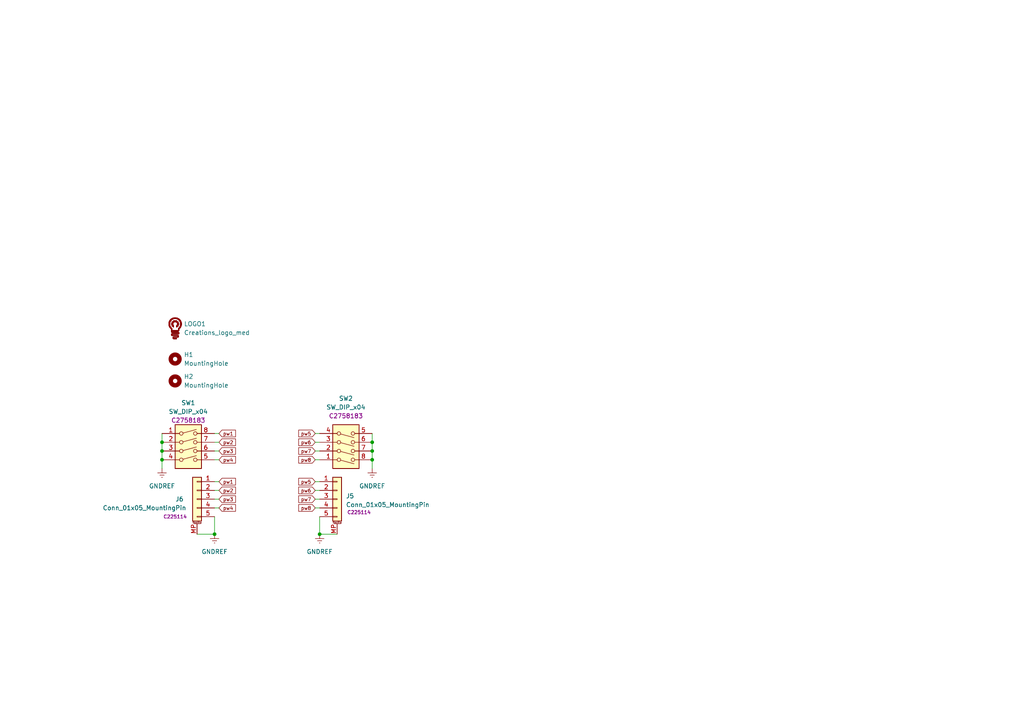
<source format=kicad_sch>
(kicad_sch (version 20211123) (generator eeschema)

  (uuid 9eb58f3d-9f83-4853-981a-7721913daf7f)

  (paper "A4")

  (lib_symbols
    (symbol "Austins creations:4P_DIP" (in_bom yes) (on_board yes)
      (property "Reference" "SW" (id 0) (at 0 12.7 0)
        (effects (font (size 1.27 1.27)))
      )
      (property "Value" "4P_DIP" (id 1) (at 0 10.16 0)
        (effects (font (size 1.27 1.27)))
      )
      (property "Footprint" "Austins creations:4P_DIP" (id 2) (at 0 -7.62 0)
        (effects (font (size 1.27 1.27)) hide)
      )
      (property "Datasheet" "" (id 3) (at -15.24 8.89 0)
        (effects (font (size 1.27 1.27)) hide)
      )
      (property "part #" "C2758183" (id 4) (at 0 7.62 0)
        (effects (font (size 1.27 1.27)))
      )
      (symbol "4P_DIP_0_0"
        (circle (center -2.032 -3.81) (radius 0.508)
          (stroke (width 0) (type default) (color 0 0 0 0))
          (fill (type none))
        )
        (circle (center -2.032 -1.27) (radius 0.508)
          (stroke (width 0) (type default) (color 0 0 0 0))
          (fill (type none))
        )
        (circle (center -2.032 1.27) (radius 0.508)
          (stroke (width 0) (type default) (color 0 0 0 0))
          (fill (type none))
        )
        (circle (center -2.032 3.81) (radius 0.508)
          (stroke (width 0) (type default) (color 0 0 0 0))
          (fill (type none))
        )
        (polyline
          (pts
            (xy -1.524 -3.6576)
            (xy 2.3622 -2.6162)
          )
          (stroke (width 0) (type default) (color 0 0 0 0))
          (fill (type none))
        )
        (polyline
          (pts
            (xy -1.524 -1.143)
            (xy 2.3622 -0.1016)
          )
          (stroke (width 0) (type default) (color 0 0 0 0))
          (fill (type none))
        )
        (polyline
          (pts
            (xy -1.524 1.397)
            (xy 2.3622 2.4384)
          )
          (stroke (width 0) (type default) (color 0 0 0 0))
          (fill (type none))
        )
        (polyline
          (pts
            (xy -1.524 3.937)
            (xy 2.3622 4.9784)
          )
          (stroke (width 0) (type default) (color 0 0 0 0))
          (fill (type none))
        )
        (circle (center 2.032 -3.81) (radius 0.508)
          (stroke (width 0) (type default) (color 0 0 0 0))
          (fill (type none))
        )
        (circle (center 2.032 -1.27) (radius 0.508)
          (stroke (width 0) (type default) (color 0 0 0 0))
          (fill (type none))
        )
        (circle (center 2.032 1.27) (radius 0.508)
          (stroke (width 0) (type default) (color 0 0 0 0))
          (fill (type none))
        )
        (circle (center 2.032 3.81) (radius 0.508)
          (stroke (width 0) (type default) (color 0 0 0 0))
          (fill (type none))
        )
      )
      (symbol "4P_DIP_0_1"
        (rectangle (start -3.81 6.35) (end 3.81 -6.35)
          (stroke (width 0.254) (type default) (color 0 0 0 0))
          (fill (type background))
        )
      )
      (symbol "4P_DIP_1_1"
        (pin passive line (at -7.62 3.81 0) (length 5.08)
          (name "~" (effects (font (size 1.27 1.27))))
          (number "1" (effects (font (size 1.27 1.27))))
        )
        (pin passive line (at -7.62 1.27 0) (length 5.08)
          (name "~" (effects (font (size 1.27 1.27))))
          (number "2" (effects (font (size 1.27 1.27))))
        )
        (pin passive line (at -7.62 -1.27 0) (length 5.08)
          (name "~" (effects (font (size 1.27 1.27))))
          (number "3" (effects (font (size 1.27 1.27))))
        )
        (pin passive line (at -7.62 -3.81 0) (length 5.08)
          (name "~" (effects (font (size 1.27 1.27))))
          (number "4" (effects (font (size 1.27 1.27))))
        )
        (pin passive line (at 7.62 -3.81 180) (length 5.08)
          (name "~" (effects (font (size 1.27 1.27))))
          (number "5" (effects (font (size 1.27 1.27))))
        )
        (pin passive line (at 7.62 -1.27 180) (length 5.08)
          (name "~" (effects (font (size 1.27 1.27))))
          (number "6" (effects (font (size 1.27 1.27))))
        )
        (pin passive line (at 7.62 1.27 180) (length 5.08)
          (name "~" (effects (font (size 1.27 1.27))))
          (number "7" (effects (font (size 1.27 1.27))))
        )
        (pin passive line (at 7.62 3.81 180) (length 5.08)
          (name "~" (effects (font (size 1.27 1.27))))
          (number "8" (effects (font (size 1.27 1.27))))
        )
      )
    )
    (symbol "Connector_Generic_MountingPin:Conn_01x05_MountingPin" (pin_names (offset 1.016) hide) (in_bom yes) (on_board yes)
      (property "Reference" "J" (id 0) (at 0 7.62 0)
        (effects (font (size 1.27 1.27)))
      )
      (property "Value" "Conn_01x05_MountingPin" (id 1) (at 1.27 -7.62 0)
        (effects (font (size 1.27 1.27)) (justify left))
      )
      (property "Footprint" "" (id 2) (at 0 0 0)
        (effects (font (size 1.27 1.27)) hide)
      )
      (property "Datasheet" "~" (id 3) (at 0 0 0)
        (effects (font (size 1.27 1.27)) hide)
      )
      (property "ki_keywords" "connector" (id 4) (at 0 0 0)
        (effects (font (size 1.27 1.27)) hide)
      )
      (property "ki_description" "Generic connectable mounting pin connector, single row, 01x05, script generated (kicad-library-utils/schlib/autogen/connector/)" (id 5) (at 0 0 0)
        (effects (font (size 1.27 1.27)) hide)
      )
      (property "ki_fp_filters" "Connector*:*_1x??-1MP*" (id 6) (at 0 0 0)
        (effects (font (size 1.27 1.27)) hide)
      )
      (symbol "Conn_01x05_MountingPin_1_1"
        (rectangle (start -1.27 -4.953) (end 0 -5.207)
          (stroke (width 0.1524) (type default) (color 0 0 0 0))
          (fill (type none))
        )
        (rectangle (start -1.27 -2.413) (end 0 -2.667)
          (stroke (width 0.1524) (type default) (color 0 0 0 0))
          (fill (type none))
        )
        (rectangle (start -1.27 0.127) (end 0 -0.127)
          (stroke (width 0.1524) (type default) (color 0 0 0 0))
          (fill (type none))
        )
        (rectangle (start -1.27 2.667) (end 0 2.413)
          (stroke (width 0.1524) (type default) (color 0 0 0 0))
          (fill (type none))
        )
        (rectangle (start -1.27 5.207) (end 0 4.953)
          (stroke (width 0.1524) (type default) (color 0 0 0 0))
          (fill (type none))
        )
        (rectangle (start -1.27 6.35) (end 1.27 -6.35)
          (stroke (width 0.254) (type default) (color 0 0 0 0))
          (fill (type background))
        )
        (polyline
          (pts
            (xy -1.016 -7.112)
            (xy 1.016 -7.112)
          )
          (stroke (width 0.1524) (type default) (color 0 0 0 0))
          (fill (type none))
        )
        (text "Mounting" (at 0 -6.731 0)
          (effects (font (size 0.381 0.381)))
        )
        (pin passive line (at -5.08 5.08 0) (length 3.81)
          (name "Pin_1" (effects (font (size 1.27 1.27))))
          (number "1" (effects (font (size 1.27 1.27))))
        )
        (pin passive line (at -5.08 2.54 0) (length 3.81)
          (name "Pin_2" (effects (font (size 1.27 1.27))))
          (number "2" (effects (font (size 1.27 1.27))))
        )
        (pin passive line (at -5.08 0 0) (length 3.81)
          (name "Pin_3" (effects (font (size 1.27 1.27))))
          (number "3" (effects (font (size 1.27 1.27))))
        )
        (pin passive line (at -5.08 -2.54 0) (length 3.81)
          (name "Pin_4" (effects (font (size 1.27 1.27))))
          (number "4" (effects (font (size 1.27 1.27))))
        )
        (pin passive line (at -5.08 -5.08 0) (length 3.81)
          (name "Pin_5" (effects (font (size 1.27 1.27))))
          (number "5" (effects (font (size 1.27 1.27))))
        )
        (pin passive line (at 0 -10.16 90) (length 3.048)
          (name "MountPin" (effects (font (size 1.27 1.27))))
          (number "MP" (effects (font (size 1.27 1.27))))
        )
      )
    )
    (symbol "Mechanical:MountingHole" (pin_names (offset 1.016)) (in_bom yes) (on_board yes)
      (property "Reference" "H" (id 0) (at 0 5.08 0)
        (effects (font (size 1.27 1.27)))
      )
      (property "Value" "MountingHole" (id 1) (at 0 3.175 0)
        (effects (font (size 1.27 1.27)))
      )
      (property "Footprint" "" (id 2) (at 0 0 0)
        (effects (font (size 1.27 1.27)) hide)
      )
      (property "Datasheet" "~" (id 3) (at 0 0 0)
        (effects (font (size 1.27 1.27)) hide)
      )
      (property "ki_keywords" "mounting hole" (id 4) (at 0 0 0)
        (effects (font (size 1.27 1.27)) hide)
      )
      (property "ki_description" "Mounting Hole without connection" (id 5) (at 0 0 0)
        (effects (font (size 1.27 1.27)) hide)
      )
      (property "ki_fp_filters" "MountingHole*" (id 6) (at 0 0 0)
        (effects (font (size 1.27 1.27)) hide)
      )
      (symbol "MountingHole_0_1"
        (circle (center 0 0) (radius 1.27)
          (stroke (width 1.27) (type default) (color 0 0 0 0))
          (fill (type none))
        )
      )
    )
    (symbol "logos:Creations_logo_med" (in_bom yes) (on_board yes)
      (property "Reference" "LOGO" (id 0) (at 0 6.35 0)
        (effects (font (size 1.27 1.27)))
      )
      (property "Value" "Creations_logo_med" (id 1) (at 0 3.81 0)
        (effects (font (size 1.27 1.27)))
      )
      (property "Footprint" "logos:Creations logo med" (id 2) (at 0 8.89 0)
        (effects (font (size 1.27 1.27)) hide)
      )
      (property "Datasheet" "" (id 3) (at 0 10.16 0)
        (effects (font (size 1.27 1.27)) hide)
      )
      (symbol "Creations_logo_med_1_0"
        (rectangle (start -1.8415 -0.254) (end -1.5367 -0.2286)
          (stroke (width 0) (type default) (color 0 0 0 0))
          (fill (type outline))
        )
        (rectangle (start -1.8415 -0.2286) (end -1.5367 -0.2032)
          (stroke (width 0) (type default) (color 0 0 0 0))
          (fill (type outline))
        )
        (rectangle (start -1.8415 -0.2032) (end -1.5367 -0.1778)
          (stroke (width 0) (type default) (color 0 0 0 0))
          (fill (type outline))
        )
        (rectangle (start -1.8415 -0.1778) (end -1.5367 -0.1524)
          (stroke (width 0) (type default) (color 0 0 0 0))
          (fill (type outline))
        )
        (rectangle (start -1.8415 -0.1524) (end -1.5367 -0.127)
          (stroke (width 0) (type default) (color 0 0 0 0))
          (fill (type outline))
        )
        (rectangle (start -1.8415 -0.127) (end -1.5367 -0.1016)
          (stroke (width 0) (type default) (color 0 0 0 0))
          (fill (type outline))
        )
        (rectangle (start -1.8415 -0.1016) (end -1.5367 -0.0762)
          (stroke (width 0) (type default) (color 0 0 0 0))
          (fill (type outline))
        )
        (rectangle (start -1.8415 -0.0762) (end -1.5367 -0.0508)
          (stroke (width 0) (type default) (color 0 0 0 0))
          (fill (type outline))
        )
        (rectangle (start -1.8415 -0.0508) (end -1.5367 -0.0254)
          (stroke (width 0) (type default) (color 0 0 0 0))
          (fill (type outline))
        )
        (rectangle (start -1.8415 -0.0254) (end -1.5367 0)
          (stroke (width 0) (type default) (color 0 0 0 0))
          (fill (type outline))
        )
        (rectangle (start -1.8415 0) (end -1.5367 0.0254)
          (stroke (width 0) (type default) (color 0 0 0 0))
          (fill (type outline))
        )
        (rectangle (start -1.8415 0.0254) (end -1.5367 0.0508)
          (stroke (width 0) (type default) (color 0 0 0 0))
          (fill (type outline))
        )
        (rectangle (start -1.8415 0.0508) (end -1.5367 0.0762)
          (stroke (width 0) (type default) (color 0 0 0 0))
          (fill (type outline))
        )
        (rectangle (start -1.8415 0.0762) (end -1.5367 0.1016)
          (stroke (width 0) (type default) (color 0 0 0 0))
          (fill (type outline))
        )
        (rectangle (start -1.8415 0.1016) (end -1.5367 0.127)
          (stroke (width 0) (type default) (color 0 0 0 0))
          (fill (type outline))
        )
        (rectangle (start -1.8415 0.127) (end -1.5367 0.1524)
          (stroke (width 0) (type default) (color 0 0 0 0))
          (fill (type outline))
        )
        (rectangle (start -1.8415 0.1524) (end -1.5367 0.1778)
          (stroke (width 0) (type default) (color 0 0 0 0))
          (fill (type outline))
        )
        (rectangle (start -1.8415 0.1778) (end -1.5367 0.2032)
          (stroke (width 0) (type default) (color 0 0 0 0))
          (fill (type outline))
        )
        (rectangle (start -1.8415 0.2032) (end -1.5367 0.2286)
          (stroke (width 0) (type default) (color 0 0 0 0))
          (fill (type outline))
        )
        (rectangle (start -1.8415 0.2286) (end -1.5367 0.254)
          (stroke (width 0) (type default) (color 0 0 0 0))
          (fill (type outline))
        )
        (rectangle (start -1.8415 0.254) (end -1.5113 0.2794)
          (stroke (width 0) (type default) (color 0 0 0 0))
          (fill (type outline))
        )
        (rectangle (start -1.8415 0.2794) (end -1.5113 0.3048)
          (stroke (width 0) (type default) (color 0 0 0 0))
          (fill (type outline))
        )
        (rectangle (start -1.8161 -0.4064) (end -1.5113 -0.381)
          (stroke (width 0) (type default) (color 0 0 0 0))
          (fill (type outline))
        )
        (rectangle (start -1.8161 -0.381) (end -1.5113 -0.3556)
          (stroke (width 0) (type default) (color 0 0 0 0))
          (fill (type outline))
        )
        (rectangle (start -1.8161 -0.3556) (end -1.5113 -0.3302)
          (stroke (width 0) (type default) (color 0 0 0 0))
          (fill (type outline))
        )
        (rectangle (start -1.8161 -0.3302) (end -1.5113 -0.3048)
          (stroke (width 0) (type default) (color 0 0 0 0))
          (fill (type outline))
        )
        (rectangle (start -1.8161 -0.3048) (end -1.5367 -0.2794)
          (stroke (width 0) (type default) (color 0 0 0 0))
          (fill (type outline))
        )
        (rectangle (start -1.8161 -0.2794) (end -1.5367 -0.254)
          (stroke (width 0) (type default) (color 0 0 0 0))
          (fill (type outline))
        )
        (rectangle (start -1.8161 0.3048) (end -1.5113 0.3302)
          (stroke (width 0) (type default) (color 0 0 0 0))
          (fill (type outline))
        )
        (rectangle (start -1.8161 0.3302) (end -1.5113 0.3556)
          (stroke (width 0) (type default) (color 0 0 0 0))
          (fill (type outline))
        )
        (rectangle (start -1.8161 0.3556) (end -1.5113 0.381)
          (stroke (width 0) (type default) (color 0 0 0 0))
          (fill (type outline))
        )
        (rectangle (start -1.8161 0.381) (end -1.4859 0.4064)
          (stroke (width 0) (type default) (color 0 0 0 0))
          (fill (type outline))
        )
        (rectangle (start -1.8161 0.4064) (end -1.4859 0.4318)
          (stroke (width 0) (type default) (color 0 0 0 0))
          (fill (type outline))
        )
        (rectangle (start -1.7907 -0.4826) (end -1.4859 -0.4572)
          (stroke (width 0) (type default) (color 0 0 0 0))
          (fill (type outline))
        )
        (rectangle (start -1.7907 -0.4572) (end -1.4859 -0.4318)
          (stroke (width 0) (type default) (color 0 0 0 0))
          (fill (type outline))
        )
        (rectangle (start -1.7907 -0.4318) (end -1.4859 -0.4064)
          (stroke (width 0) (type default) (color 0 0 0 0))
          (fill (type outline))
        )
        (rectangle (start -1.7907 0.4318) (end -1.4859 0.4572)
          (stroke (width 0) (type default) (color 0 0 0 0))
          (fill (type outline))
        )
        (rectangle (start -1.7907 0.4572) (end -1.4859 0.4826)
          (stroke (width 0) (type default) (color 0 0 0 0))
          (fill (type outline))
        )
        (rectangle (start -1.7907 0.4826) (end -1.4605 0.508)
          (stroke (width 0) (type default) (color 0 0 0 0))
          (fill (type outline))
        )
        (rectangle (start -1.7907 0.508) (end -1.4605 0.5334)
          (stroke (width 0) (type default) (color 0 0 0 0))
          (fill (type outline))
        )
        (rectangle (start -1.7653 -0.5588) (end -1.4605 -0.5334)
          (stroke (width 0) (type default) (color 0 0 0 0))
          (fill (type outline))
        )
        (rectangle (start -1.7653 -0.5334) (end -1.4605 -0.508)
          (stroke (width 0) (type default) (color 0 0 0 0))
          (fill (type outline))
        )
        (rectangle (start -1.7653 -0.508) (end -1.4859 -0.4826)
          (stroke (width 0) (type default) (color 0 0 0 0))
          (fill (type outline))
        )
        (rectangle (start -1.7653 0.5334) (end -1.4351 0.5588)
          (stroke (width 0) (type default) (color 0 0 0 0))
          (fill (type outline))
        )
        (rectangle (start -1.7653 0.5588) (end -1.4351 0.5842)
          (stroke (width 0) (type default) (color 0 0 0 0))
          (fill (type outline))
        )
        (rectangle (start -1.7653 0.5842) (end -1.4351 0.6096)
          (stroke (width 0) (type default) (color 0 0 0 0))
          (fill (type outline))
        )
        (rectangle (start -1.7399 -0.635) (end -1.4351 -0.6096)
          (stroke (width 0) (type default) (color 0 0 0 0))
          (fill (type outline))
        )
        (rectangle (start -1.7399 -0.6096) (end -1.4351 -0.5842)
          (stroke (width 0) (type default) (color 0 0 0 0))
          (fill (type outline))
        )
        (rectangle (start -1.7399 -0.5842) (end -1.4351 -0.5588)
          (stroke (width 0) (type default) (color 0 0 0 0))
          (fill (type outline))
        )
        (rectangle (start -1.7399 0.6096) (end -1.4097 0.635)
          (stroke (width 0) (type default) (color 0 0 0 0))
          (fill (type outline))
        )
        (rectangle (start -1.7399 0.635) (end -1.4097 0.6604)
          (stroke (width 0) (type default) (color 0 0 0 0))
          (fill (type outline))
        )
        (rectangle (start -1.7399 0.6604) (end -1.3843 0.6858)
          (stroke (width 0) (type default) (color 0 0 0 0))
          (fill (type outline))
        )
        (rectangle (start -1.7145 -0.7112) (end -1.3843 -0.6858)
          (stroke (width 0) (type default) (color 0 0 0 0))
          (fill (type outline))
        )
        (rectangle (start -1.7145 -0.6858) (end -1.4097 -0.6604)
          (stroke (width 0) (type default) (color 0 0 0 0))
          (fill (type outline))
        )
        (rectangle (start -1.7145 -0.6604) (end -1.4097 -0.635)
          (stroke (width 0) (type default) (color 0 0 0 0))
          (fill (type outline))
        )
        (rectangle (start -1.7145 0.6858) (end -1.3843 0.7112)
          (stroke (width 0) (type default) (color 0 0 0 0))
          (fill (type outline))
        )
        (rectangle (start -1.7145 0.7112) (end -1.3589 0.7366)
          (stroke (width 0) (type default) (color 0 0 0 0))
          (fill (type outline))
        )
        (rectangle (start -1.7145 0.7366) (end -1.3589 0.762)
          (stroke (width 0) (type default) (color 0 0 0 0))
          (fill (type outline))
        )
        (rectangle (start -1.6891 -0.762) (end -1.3589 -0.7366)
          (stroke (width 0) (type default) (color 0 0 0 0))
          (fill (type outline))
        )
        (rectangle (start -1.6891 -0.7366) (end -1.3843 -0.7112)
          (stroke (width 0) (type default) (color 0 0 0 0))
          (fill (type outline))
        )
        (rectangle (start -1.6891 0.762) (end -1.3335 0.7874)
          (stroke (width 0) (type default) (color 0 0 0 0))
          (fill (type outline))
        )
        (rectangle (start -1.6891 0.7874) (end -1.3335 0.8128)
          (stroke (width 0) (type default) (color 0 0 0 0))
          (fill (type outline))
        )
        (rectangle (start -1.6637 -0.8128) (end -1.3335 -0.7874)
          (stroke (width 0) (type default) (color 0 0 0 0))
          (fill (type outline))
        )
        (rectangle (start -1.6637 -0.7874) (end -1.3589 -0.762)
          (stroke (width 0) (type default) (color 0 0 0 0))
          (fill (type outline))
        )
        (rectangle (start -1.6637 0.8128) (end -1.3081 0.8382)
          (stroke (width 0) (type default) (color 0 0 0 0))
          (fill (type outline))
        )
        (rectangle (start -1.6637 0.8382) (end -1.2827 0.8636)
          (stroke (width 0) (type default) (color 0 0 0 0))
          (fill (type outline))
        )
        (rectangle (start -1.6383 -0.8636) (end -1.3081 -0.8382)
          (stroke (width 0) (type default) (color 0 0 0 0))
          (fill (type outline))
        )
        (rectangle (start -1.6383 -0.8382) (end -1.3335 -0.8128)
          (stroke (width 0) (type default) (color 0 0 0 0))
          (fill (type outline))
        )
        (rectangle (start -1.6383 0.8636) (end -1.2827 0.889)
          (stroke (width 0) (type default) (color 0 0 0 0))
          (fill (type outline))
        )
        (rectangle (start -1.6383 0.889) (end -1.2573 0.9144)
          (stroke (width 0) (type default) (color 0 0 0 0))
          (fill (type outline))
        )
        (rectangle (start -1.6129 -0.9144) (end -1.2827 -0.889)
          (stroke (width 0) (type default) (color 0 0 0 0))
          (fill (type outline))
        )
        (rectangle (start -1.6129 -0.889) (end -1.2827 -0.8636)
          (stroke (width 0) (type default) (color 0 0 0 0))
          (fill (type outline))
        )
        (rectangle (start -1.6129 0.9144) (end -1.2319 0.9398)
          (stroke (width 0) (type default) (color 0 0 0 0))
          (fill (type outline))
        )
        (rectangle (start -1.5875 -0.9398) (end -1.2573 -0.9144)
          (stroke (width 0) (type default) (color 0 0 0 0))
          (fill (type outline))
        )
        (rectangle (start -1.5875 0.9398) (end -1.2319 0.9652)
          (stroke (width 0) (type default) (color 0 0 0 0))
          (fill (type outline))
        )
        (rectangle (start -1.5875 0.9652) (end -1.1811 0.9906)
          (stroke (width 0) (type default) (color 0 0 0 0))
          (fill (type outline))
        )
        (rectangle (start -1.5621 -0.9906) (end -1.2319 -0.9652)
          (stroke (width 0) (type default) (color 0 0 0 0))
          (fill (type outline))
        )
        (rectangle (start -1.5621 -0.9652) (end -1.2319 -0.9398)
          (stroke (width 0) (type default) (color 0 0 0 0))
          (fill (type outline))
        )
        (rectangle (start -1.5621 0.9906) (end -1.1811 1.016)
          (stroke (width 0) (type default) (color 0 0 0 0))
          (fill (type outline))
        )
        (rectangle (start -1.5621 1.016) (end -1.1557 1.0414)
          (stroke (width 0) (type default) (color 0 0 0 0))
          (fill (type outline))
        )
        (rectangle (start -1.5367 -1.016) (end -1.2065 -0.9906)
          (stroke (width 0) (type default) (color 0 0 0 0))
          (fill (type outline))
        )
        (rectangle (start -1.5367 1.0414) (end -1.1303 1.0668)
          (stroke (width 0) (type default) (color 0 0 0 0))
          (fill (type outline))
        )
        (rectangle (start -1.5113 -1.0668) (end -1.1557 -1.0414)
          (stroke (width 0) (type default) (color 0 0 0 0))
          (fill (type outline))
        )
        (rectangle (start -1.5113 -1.0414) (end -1.1811 -1.016)
          (stroke (width 0) (type default) (color 0 0 0 0))
          (fill (type outline))
        )
        (rectangle (start -1.5113 1.0668) (end -1.1049 1.0922)
          (stroke (width 0) (type default) (color 0 0 0 0))
          (fill (type outline))
        )
        (rectangle (start -1.4859 -1.0922) (end -1.1303 -1.0668)
          (stroke (width 0) (type default) (color 0 0 0 0))
          (fill (type outline))
        )
        (rectangle (start -1.4859 1.0922) (end -1.0795 1.1176)
          (stroke (width 0) (type default) (color 0 0 0 0))
          (fill (type outline))
        )
        (rectangle (start -1.4859 1.1176) (end -1.0541 1.143)
          (stroke (width 0) (type default) (color 0 0 0 0))
          (fill (type outline))
        )
        (rectangle (start -1.4605 -1.1176) (end -1.1049 -1.0922)
          (stroke (width 0) (type default) (color 0 0 0 0))
          (fill (type outline))
        )
        (rectangle (start -1.4605 1.143) (end -1.0033 1.1684)
          (stroke (width 0) (type default) (color 0 0 0 0))
          (fill (type outline))
        )
        (rectangle (start -1.4605 1.1684) (end -1.0033 1.1938)
          (stroke (width 0) (type default) (color 0 0 0 0))
          (fill (type outline))
        )
        (rectangle (start -1.4351 -1.1684) (end -1.0541 -1.143)
          (stroke (width 0) (type default) (color 0 0 0 0))
          (fill (type outline))
        )
        (rectangle (start -1.4351 -1.143) (end -1.0795 -1.1176)
          (stroke (width 0) (type default) (color 0 0 0 0))
          (fill (type outline))
        )
        (rectangle (start -1.4097 -1.1938) (end -1.0287 -1.1684)
          (stroke (width 0) (type default) (color 0 0 0 0))
          (fill (type outline))
        )
        (rectangle (start -1.4097 1.1938) (end -0.9779 1.2192)
          (stroke (width 0) (type default) (color 0 0 0 0))
          (fill (type outline))
        )
        (rectangle (start -1.4097 1.2192) (end -0.9525 1.2446)
          (stroke (width 0) (type default) (color 0 0 0 0))
          (fill (type outline))
        )
        (rectangle (start -1.3843 -1.2192) (end -1.0033 -1.1938)
          (stroke (width 0) (type default) (color 0 0 0 0))
          (fill (type outline))
        )
        (rectangle (start -1.3843 1.2446) (end -0.9017 1.27)
          (stroke (width 0) (type default) (color 0 0 0 0))
          (fill (type outline))
        )
        (rectangle (start -1.3589 -1.2446) (end -0.9779 -1.2192)
          (stroke (width 0) (type default) (color 0 0 0 0))
          (fill (type outline))
        )
        (rectangle (start -1.3589 1.27) (end -0.8763 1.2954)
          (stroke (width 0) (type default) (color 0 0 0 0))
          (fill (type outline))
        )
        (rectangle (start -1.3335 -1.27) (end -0.9525 -1.2446)
          (stroke (width 0) (type default) (color 0 0 0 0))
          (fill (type outline))
        )
        (rectangle (start -1.3335 1.2954) (end -0.8509 1.3208)
          (stroke (width 0) (type default) (color 0 0 0 0))
          (fill (type outline))
        )
        (rectangle (start -1.3081 -1.2954) (end -0.9271 -1.27)
          (stroke (width 0) (type default) (color 0 0 0 0))
          (fill (type outline))
        )
        (rectangle (start -1.3081 1.3208) (end -0.7747 1.3462)
          (stroke (width 0) (type default) (color 0 0 0 0))
          (fill (type outline))
        )
        (rectangle (start -1.2827 -1.3208) (end -0.9017 -1.2954)
          (stroke (width 0) (type default) (color 0 0 0 0))
          (fill (type outline))
        )
        (rectangle (start -1.2827 1.3462) (end -0.7493 1.3716)
          (stroke (width 0) (type default) (color 0 0 0 0))
          (fill (type outline))
        )
        (rectangle (start -1.2573 -1.3462) (end -0.9017 -1.3208)
          (stroke (width 0) (type default) (color 0 0 0 0))
          (fill (type outline))
        )
        (rectangle (start -1.2573 1.3716) (end -0.7239 1.397)
          (stroke (width 0) (type default) (color 0 0 0 0))
          (fill (type outline))
        )
        (rectangle (start -1.2319 -1.3716) (end -0.9017 -1.3462)
          (stroke (width 0) (type default) (color 0 0 0 0))
          (fill (type outline))
        )
        (rectangle (start -1.2065 -1.397) (end -0.9017 -1.3716)
          (stroke (width 0) (type default) (color 0 0 0 0))
          (fill (type outline))
        )
        (rectangle (start -1.2065 1.397) (end -0.6731 1.4224)
          (stroke (width 0) (type default) (color 0 0 0 0))
          (fill (type outline))
        )
        (rectangle (start -1.1811 -1.4224) (end -0.9017 -1.397)
          (stroke (width 0) (type default) (color 0 0 0 0))
          (fill (type outline))
        )
        (rectangle (start -1.1811 1.4224) (end -0.5969 1.4478)
          (stroke (width 0) (type default) (color 0 0 0 0))
          (fill (type outline))
        )
        (rectangle (start -1.1557 -1.4478) (end -0.9017 -1.4224)
          (stroke (width 0) (type default) (color 0 0 0 0))
          (fill (type outline))
        )
        (rectangle (start -1.1557 1.4478) (end -0.5461 1.4732)
          (stroke (width 0) (type default) (color 0 0 0 0))
          (fill (type outline))
        )
        (rectangle (start -1.1303 -3.2004) (end -0.8509 -3.175)
          (stroke (width 0) (type default) (color 0 0 0 0))
          (fill (type outline))
        )
        (rectangle (start -1.1303 -3.175) (end -0.8763 -3.1496)
          (stroke (width 0) (type default) (color 0 0 0 0))
          (fill (type outline))
        )
        (rectangle (start -1.1303 -3.1496) (end -0.9017 -3.1242)
          (stroke (width 0) (type default) (color 0 0 0 0))
          (fill (type outline))
        )
        (rectangle (start -1.1303 -3.1242) (end -0.9017 -3.0988)
          (stroke (width 0) (type default) (color 0 0 0 0))
          (fill (type outline))
        )
        (rectangle (start -1.1303 -3.0988) (end -0.9017 -3.0734)
          (stroke (width 0) (type default) (color 0 0 0 0))
          (fill (type outline))
        )
        (rectangle (start -1.1303 -3.0734) (end -0.9017 -3.048)
          (stroke (width 0) (type default) (color 0 0 0 0))
          (fill (type outline))
        )
        (rectangle (start -1.1303 -3.048) (end -0.9017 -3.0226)
          (stroke (width 0) (type default) (color 0 0 0 0))
          (fill (type outline))
        )
        (rectangle (start -1.1303 -3.0226) (end -0.8763 -2.9972)
          (stroke (width 0) (type default) (color 0 0 0 0))
          (fill (type outline))
        )
        (rectangle (start -1.1303 -2.3368) (end 0.9525 -2.3114)
          (stroke (width 0) (type default) (color 0 0 0 0))
          (fill (type outline))
        )
        (rectangle (start -1.1303 -2.3114) (end 0.9017 -2.286)
          (stroke (width 0) (type default) (color 0 0 0 0))
          (fill (type outline))
        )
        (rectangle (start -1.1303 -2.286) (end -0.8255 -2.2606)
          (stroke (width 0) (type default) (color 0 0 0 0))
          (fill (type outline))
        )
        (rectangle (start -1.1303 -2.2606) (end -0.8509 -2.2352)
          (stroke (width 0) (type default) (color 0 0 0 0))
          (fill (type outline))
        )
        (rectangle (start -1.1303 -2.2352) (end -0.8763 -2.2098)
          (stroke (width 0) (type default) (color 0 0 0 0))
          (fill (type outline))
        )
        (rectangle (start -1.1303 -2.2098) (end -0.9017 -2.1844)
          (stroke (width 0) (type default) (color 0 0 0 0))
          (fill (type outline))
        )
        (rectangle (start -1.1303 -2.1844) (end -0.9017 -2.159)
          (stroke (width 0) (type default) (color 0 0 0 0))
          (fill (type outline))
        )
        (rectangle (start -1.1303 -2.159) (end -0.9017 -2.1336)
          (stroke (width 0) (type default) (color 0 0 0 0))
          (fill (type outline))
        )
        (rectangle (start -1.1303 -2.1336) (end -0.9017 -2.1082)
          (stroke (width 0) (type default) (color 0 0 0 0))
          (fill (type outline))
        )
        (rectangle (start -1.1303 -2.1082) (end -0.9017 -2.0828)
          (stroke (width 0) (type default) (color 0 0 0 0))
          (fill (type outline))
        )
        (rectangle (start -1.1303 -2.0828) (end -0.9017 -2.0574)
          (stroke (width 0) (type default) (color 0 0 0 0))
          (fill (type outline))
        )
        (rectangle (start -1.1303 -2.0574) (end -0.9017 -2.032)
          (stroke (width 0) (type default) (color 0 0 0 0))
          (fill (type outline))
        )
        (rectangle (start -1.1303 -2.032) (end -0.9017 -2.0066)
          (stroke (width 0) (type default) (color 0 0 0 0))
          (fill (type outline))
        )
        (rectangle (start -1.1303 -2.0066) (end -0.9017 -1.9812)
          (stroke (width 0) (type default) (color 0 0 0 0))
          (fill (type outline))
        )
        (rectangle (start -1.1303 -1.9812) (end -0.9017 -1.9558)
          (stroke (width 0) (type default) (color 0 0 0 0))
          (fill (type outline))
        )
        (rectangle (start -1.1303 -1.9558) (end -0.9017 -1.9304)
          (stroke (width 0) (type default) (color 0 0 0 0))
          (fill (type outline))
        )
        (rectangle (start -1.1303 -1.9304) (end -0.9017 -1.905)
          (stroke (width 0) (type default) (color 0 0 0 0))
          (fill (type outline))
        )
        (rectangle (start -1.1303 -1.905) (end -0.9017 -1.8796)
          (stroke (width 0) (type default) (color 0 0 0 0))
          (fill (type outline))
        )
        (rectangle (start -1.1303 -1.8796) (end -0.9017 -1.8542)
          (stroke (width 0) (type default) (color 0 0 0 0))
          (fill (type outline))
        )
        (rectangle (start -1.1303 -1.8542) (end -0.9017 -1.8288)
          (stroke (width 0) (type default) (color 0 0 0 0))
          (fill (type outline))
        )
        (rectangle (start -1.1303 -1.8288) (end -0.9017 -1.8034)
          (stroke (width 0) (type default) (color 0 0 0 0))
          (fill (type outline))
        )
        (rectangle (start -1.1303 -1.8034) (end -0.9017 -1.778)
          (stroke (width 0) (type default) (color 0 0 0 0))
          (fill (type outline))
        )
        (rectangle (start -1.1303 -1.778) (end -0.9017 -1.7526)
          (stroke (width 0) (type default) (color 0 0 0 0))
          (fill (type outline))
        )
        (rectangle (start -1.1303 -1.7526) (end -0.9017 -1.7272)
          (stroke (width 0) (type default) (color 0 0 0 0))
          (fill (type outline))
        )
        (rectangle (start -1.1303 -1.7272) (end -0.9017 -1.7018)
          (stroke (width 0) (type default) (color 0 0 0 0))
          (fill (type outline))
        )
        (rectangle (start -1.1303 -1.7018) (end -0.9017 -1.6764)
          (stroke (width 0) (type default) (color 0 0 0 0))
          (fill (type outline))
        )
        (rectangle (start -1.1303 -1.6764) (end -0.9017 -1.651)
          (stroke (width 0) (type default) (color 0 0 0 0))
          (fill (type outline))
        )
        (rectangle (start -1.1303 -1.651) (end -0.9017 -1.6256)
          (stroke (width 0) (type default) (color 0 0 0 0))
          (fill (type outline))
        )
        (rectangle (start -1.1303 -1.6256) (end -0.9017 -1.6002)
          (stroke (width 0) (type default) (color 0 0 0 0))
          (fill (type outline))
        )
        (rectangle (start -1.1303 -1.6002) (end -0.9017 -1.5748)
          (stroke (width 0) (type default) (color 0 0 0 0))
          (fill (type outline))
        )
        (rectangle (start -1.1303 -1.5748) (end -0.9017 -1.5494)
          (stroke (width 0) (type default) (color 0 0 0 0))
          (fill (type outline))
        )
        (rectangle (start -1.1303 -1.5494) (end -0.9017 -1.524)
          (stroke (width 0) (type default) (color 0 0 0 0))
          (fill (type outline))
        )
        (rectangle (start -1.1303 -1.524) (end -0.9017 -1.4986)
          (stroke (width 0) (type default) (color 0 0 0 0))
          (fill (type outline))
        )
        (rectangle (start -1.1303 -1.4986) (end -0.9017 -1.4732)
          (stroke (width 0) (type default) (color 0 0 0 0))
          (fill (type outline))
        )
        (rectangle (start -1.1303 -1.4732) (end -0.9017 -1.4478)
          (stroke (width 0) (type default) (color 0 0 0 0))
          (fill (type outline))
        )
        (rectangle (start -1.1303 1.4732) (end -0.4699 1.4986)
          (stroke (width 0) (type default) (color 0 0 0 0))
          (fill (type outline))
        )
        (rectangle (start -1.1049 -3.2766) (end 0.8763 -3.2512)
          (stroke (width 0) (type default) (color 0 0 0 0))
          (fill (type outline))
        )
        (rectangle (start -1.1049 -3.2512) (end 0.8509 -3.2258)
          (stroke (width 0) (type default) (color 0 0 0 0))
          (fill (type outline))
        )
        (rectangle (start -1.1049 -3.2258) (end 0.7493 -3.2004)
          (stroke (width 0) (type default) (color 0 0 0 0))
          (fill (type outline))
        )
        (rectangle (start -1.1049 -2.9972) (end -0.8509 -2.9718)
          (stroke (width 0) (type default) (color 0 0 0 0))
          (fill (type outline))
        )
        (rectangle (start -1.1049 -2.9718) (end 0.9525 -2.9464)
          (stroke (width 0) (type default) (color 0 0 0 0))
          (fill (type outline))
        )
        (rectangle (start -1.1049 -2.9464) (end 1.0033 -2.921)
          (stroke (width 0) (type default) (color 0 0 0 0))
          (fill (type outline))
        )
        (rectangle (start -1.1049 -2.3622) (end 1.0033 -2.3368)
          (stroke (width 0) (type default) (color 0 0 0 0))
          (fill (type outline))
        )
        (rectangle (start -1.0795 -3.3274) (end 0.9525 -3.302)
          (stroke (width 0) (type default) (color 0 0 0 0))
          (fill (type outline))
        )
        (rectangle (start -1.0795 -3.302) (end 0.9271 -3.2766)
          (stroke (width 0) (type default) (color 0 0 0 0))
          (fill (type outline))
        )
        (rectangle (start -1.0795 -2.921) (end 1.0287 -2.8956)
          (stroke (width 0) (type default) (color 0 0 0 0))
          (fill (type outline))
        )
        (rectangle (start -1.0795 -2.3876) (end 1.0287 -2.3622)
          (stroke (width 0) (type default) (color 0 0 0 0))
          (fill (type outline))
        )
        (rectangle (start -1.0795 -0.127) (end -0.6223 -0.1016)
          (stroke (width 0) (type default) (color 0 0 0 0))
          (fill (type outline))
        )
        (rectangle (start -1.0795 -0.1016) (end -0.6477 -0.0762)
          (stroke (width 0) (type default) (color 0 0 0 0))
          (fill (type outline))
        )
        (rectangle (start -1.0795 -0.0762) (end -0.6477 -0.0508)
          (stroke (width 0) (type default) (color 0 0 0 0))
          (fill (type outline))
        )
        (rectangle (start -1.0795 -0.0508) (end -0.6477 -0.0254)
          (stroke (width 0) (type default) (color 0 0 0 0))
          (fill (type outline))
        )
        (rectangle (start -1.0795 -0.0254) (end -0.6477 0)
          (stroke (width 0) (type default) (color 0 0 0 0))
          (fill (type outline))
        )
        (rectangle (start -1.0795 0) (end -0.6477 0.0254)
          (stroke (width 0) (type default) (color 0 0 0 0))
          (fill (type outline))
        )
        (rectangle (start -1.0795 0.0254) (end -0.6477 0.0508)
          (stroke (width 0) (type default) (color 0 0 0 0))
          (fill (type outline))
        )
        (rectangle (start -1.0795 0.0508) (end -0.6477 0.0762)
          (stroke (width 0) (type default) (color 0 0 0 0))
          (fill (type outline))
        )
        (rectangle (start -1.0795 0.0762) (end -0.6477 0.1016)
          (stroke (width 0) (type default) (color 0 0 0 0))
          (fill (type outline))
        )
        (rectangle (start -1.0795 0.1016) (end -0.6477 0.127)
          (stroke (width 0) (type default) (color 0 0 0 0))
          (fill (type outline))
        )
        (rectangle (start -1.0795 1.4986) (end -0.3937 1.524)
          (stroke (width 0) (type default) (color 0 0 0 0))
          (fill (type outline))
        )
        (rectangle (start -1.0541 -2.8956) (end 1.0541 -2.8702)
          (stroke (width 0) (type default) (color 0 0 0 0))
          (fill (type outline))
        )
        (rectangle (start -1.0541 -2.413) (end 1.0541 -2.3876)
          (stroke (width 0) (type default) (color 0 0 0 0))
          (fill (type outline))
        )
        (rectangle (start -1.0541 -0.1524) (end -0.6223 -0.127)
          (stroke (width 0) (type default) (color 0 0 0 0))
          (fill (type outline))
        )
        (rectangle (start -1.0541 0.127) (end -0.6223 0.1524)
          (stroke (width 0) (type default) (color 0 0 0 0))
          (fill (type outline))
        )
        (rectangle (start -1.0541 1.524) (end -0.2667 1.5494)
          (stroke (width 0) (type default) (color 0 0 0 0))
          (fill (type outline))
        )
        (rectangle (start -1.0287 -3.3528) (end 0.9525 -3.3274)
          (stroke (width 0) (type default) (color 0 0 0 0))
          (fill (type outline))
        )
        (rectangle (start -1.0287 -2.8702) (end 1.0795 -2.8448)
          (stroke (width 0) (type default) (color 0 0 0 0))
          (fill (type outline))
        )
        (rectangle (start -1.0287 -2.8448) (end 1.1049 -2.8194)
          (stroke (width 0) (type default) (color 0 0 0 0))
          (fill (type outline))
        )
        (rectangle (start -1.0287 -2.4384) (end 1.0795 -2.413)
          (stroke (width 0) (type default) (color 0 0 0 0))
          (fill (type outline))
        )
        (rectangle (start -1.0287 1.5494) (end 1.0287 1.5748)
          (stroke (width 0) (type default) (color 0 0 0 0))
          (fill (type outline))
        )
        (rectangle (start -1.0033 -3.3782) (end 0.9779 -3.3528)
          (stroke (width 0) (type default) (color 0 0 0 0))
          (fill (type outline))
        )
        (rectangle (start -1.0033 -2.4638) (end 1.1049 -2.4384)
          (stroke (width 0) (type default) (color 0 0 0 0))
          (fill (type outline))
        )
        (rectangle (start -1.0033 0.1524) (end -0.6223 0.1778)
          (stroke (width 0) (type default) (color 0 0 0 0))
          (fill (type outline))
        )
        (rectangle (start -0.9779 -3.4036) (end 1.0033 -3.3782)
          (stroke (width 0) (type default) (color 0 0 0 0))
          (fill (type outline))
        )
        (rectangle (start -0.9779 -2.8194) (end 1.1049 -2.794)
          (stroke (width 0) (type default) (color 0 0 0 0))
          (fill (type outline))
        )
        (rectangle (start -0.9779 -2.4892) (end 1.1049 -2.4638)
          (stroke (width 0) (type default) (color 0 0 0 0))
          (fill (type outline))
        )
        (rectangle (start -0.9779 -0.1778) (end -0.6223 -0.1524)
          (stroke (width 0) (type default) (color 0 0 0 0))
          (fill (type outline))
        )
        (rectangle (start -0.9779 1.5748) (end 0.9779 1.6002)
          (stroke (width 0) (type default) (color 0 0 0 0))
          (fill (type outline))
        )
        (rectangle (start -0.9525 -2.5146) (end 1.1303 -2.4892)
          (stroke (width 0) (type default) (color 0 0 0 0))
          (fill (type outline))
        )
        (rectangle (start -0.9525 -0.5334) (end -0.4191 -0.508)
          (stroke (width 0) (type default) (color 0 0 0 0))
          (fill (type outline))
        )
        (rectangle (start -0.9525 -0.508) (end -0.4191 -0.4826)
          (stroke (width 0) (type default) (color 0 0 0 0))
          (fill (type outline))
        )
        (rectangle (start -0.9525 -0.4826) (end -0.4191 -0.4572)
          (stroke (width 0) (type default) (color 0 0 0 0))
          (fill (type outline))
        )
        (rectangle (start -0.9525 0.1778) (end -0.6223 0.2032)
          (stroke (width 0) (type default) (color 0 0 0 0))
          (fill (type outline))
        )
        (rectangle (start -0.9525 0.4826) (end -0.3937 0.508)
          (stroke (width 0) (type default) (color 0 0 0 0))
          (fill (type outline))
        )
        (rectangle (start -0.9525 0.508) (end -0.3429 0.5334)
          (stroke (width 0) (type default) (color 0 0 0 0))
          (fill (type outline))
        )
        (rectangle (start -0.9525 0.5334) (end -0.2921 0.5588)
          (stroke (width 0) (type default) (color 0 0 0 0))
          (fill (type outline))
        )
        (rectangle (start -0.9525 0.5588) (end -0.2413 0.5842)
          (stroke (width 0) (type default) (color 0 0 0 0))
          (fill (type outline))
        )
        (rectangle (start -0.9271 -3.429) (end 1.0033 -3.4036)
          (stroke (width 0) (type default) (color 0 0 0 0))
          (fill (type outline))
        )
        (rectangle (start -0.9271 -2.794) (end 1.1303 -2.7686)
          (stroke (width 0) (type default) (color 0 0 0 0))
          (fill (type outline))
        )
        (rectangle (start -0.9271 -0.5588) (end -0.4191 -0.5334)
          (stroke (width 0) (type default) (color 0 0 0 0))
          (fill (type outline))
        )
        (rectangle (start -0.9271 -0.4572) (end -0.4191 -0.4318)
          (stroke (width 0) (type default) (color 0 0 0 0))
          (fill (type outline))
        )
        (rectangle (start -0.9271 -0.2032) (end -0.5969 -0.1778)
          (stroke (width 0) (type default) (color 0 0 0 0))
          (fill (type outline))
        )
        (rectangle (start -0.9271 0.4318) (end -0.4445 0.4572)
          (stroke (width 0) (type default) (color 0 0 0 0))
          (fill (type outline))
        )
        (rectangle (start -0.9271 0.4572) (end -0.4191 0.4826)
          (stroke (width 0) (type default) (color 0 0 0 0))
          (fill (type outline))
        )
        (rectangle (start -0.9271 1.6002) (end 0.9271 1.6256)
          (stroke (width 0) (type default) (color 0 0 0 0))
          (fill (type outline))
        )
        (rectangle (start -0.9017 -0.6096) (end -0.4191 -0.5842)
          (stroke (width 0) (type default) (color 0 0 0 0))
          (fill (type outline))
        )
        (rectangle (start -0.9017 -0.5842) (end -0.4191 -0.5588)
          (stroke (width 0) (type default) (color 0 0 0 0))
          (fill (type outline))
        )
        (rectangle (start -0.9017 -0.4318) (end -0.4445 -0.4064)
          (stroke (width 0) (type default) (color 0 0 0 0))
          (fill (type outline))
        )
        (rectangle (start -0.9017 -0.2286) (end -0.5969 -0.2032)
          (stroke (width 0) (type default) (color 0 0 0 0))
          (fill (type outline))
        )
        (rectangle (start -0.9017 0.4064) (end -0.4699 0.4318)
          (stroke (width 0) (type default) (color 0 0 0 0))
          (fill (type outline))
        )
        (rectangle (start -0.9017 0.5842) (end -0.1651 0.6096)
          (stroke (width 0) (type default) (color 0 0 0 0))
          (fill (type outline))
        )
        (rectangle (start -0.9017 1.6256) (end 0.9017 1.651)
          (stroke (width 0) (type default) (color 0 0 0 0))
          (fill (type outline))
        )
        (rectangle (start -0.8763 -0.635) (end -0.4191 -0.6096)
          (stroke (width 0) (type default) (color 0 0 0 0))
          (fill (type outline))
        )
        (rectangle (start -0.8763 -0.4064) (end -0.4699 -0.381)
          (stroke (width 0) (type default) (color 0 0 0 0))
          (fill (type outline))
        )
        (rectangle (start -0.8763 -0.381) (end -0.4953 -0.3556)
          (stroke (width 0) (type default) (color 0 0 0 0))
          (fill (type outline))
        )
        (rectangle (start -0.8763 0.2032) (end -0.5969 0.2286)
          (stroke (width 0) (type default) (color 0 0 0 0))
          (fill (type outline))
        )
        (rectangle (start -0.8763 0.3556) (end -0.5207 0.381)
          (stroke (width 0) (type default) (color 0 0 0 0))
          (fill (type outline))
        )
        (rectangle (start -0.8763 0.381) (end -0.4953 0.4064)
          (stroke (width 0) (type default) (color 0 0 0 0))
          (fill (type outline))
        )
        (rectangle (start -0.8763 0.6096) (end 0.8763 0.635)
          (stroke (width 0) (type default) (color 0 0 0 0))
          (fill (type outline))
        )
        (rectangle (start -0.8509 -2.7686) (end 1.1303 -2.7432)
          (stroke (width 0) (type default) (color 0 0 0 0))
          (fill (type outline))
        )
        (rectangle (start -0.8509 -0.6858) (end -0.4191 -0.6604)
          (stroke (width 0) (type default) (color 0 0 0 0))
          (fill (type outline))
        )
        (rectangle (start -0.8509 -0.6604) (end -0.4191 -0.635)
          (stroke (width 0) (type default) (color 0 0 0 0))
          (fill (type outline))
        )
        (rectangle (start -0.8509 -0.3556) (end -0.5207 -0.3302)
          (stroke (width 0) (type default) (color 0 0 0 0))
          (fill (type outline))
        )
        (rectangle (start -0.8509 -0.3302) (end -0.5461 -0.3048)
          (stroke (width 0) (type default) (color 0 0 0 0))
          (fill (type outline))
        )
        (rectangle (start -0.8509 -0.254) (end -0.5969 -0.2286)
          (stroke (width 0) (type default) (color 0 0 0 0))
          (fill (type outline))
        )
        (rectangle (start -0.8509 0.3048) (end -0.5461 0.3302)
          (stroke (width 0) (type default) (color 0 0 0 0))
          (fill (type outline))
        )
        (rectangle (start -0.8509 0.3302) (end -0.5461 0.3556)
          (stroke (width 0) (type default) (color 0 0 0 0))
          (fill (type outline))
        )
        (rectangle (start -0.8509 0.635) (end 0.8509 0.6604)
          (stroke (width 0) (type default) (color 0 0 0 0))
          (fill (type outline))
        )
        (rectangle (start -0.8509 1.651) (end 0.8509 1.6764)
          (stroke (width 0) (type default) (color 0 0 0 0))
          (fill (type outline))
        )
        (rectangle (start -0.8255 -0.7112) (end -0.4191 -0.6858)
          (stroke (width 0) (type default) (color 0 0 0 0))
          (fill (type outline))
        )
        (rectangle (start -0.8255 -0.3048) (end -0.5715 -0.2794)
          (stroke (width 0) (type default) (color 0 0 0 0))
          (fill (type outline))
        )
        (rectangle (start -0.8255 -0.2794) (end -0.5715 -0.254)
          (stroke (width 0) (type default) (color 0 0 0 0))
          (fill (type outline))
        )
        (rectangle (start -0.8255 0.2286) (end -0.5969 0.254)
          (stroke (width 0) (type default) (color 0 0 0 0))
          (fill (type outline))
        )
        (rectangle (start -0.8255 0.254) (end -0.5969 0.2794)
          (stroke (width 0) (type default) (color 0 0 0 0))
          (fill (type outline))
        )
        (rectangle (start -0.8255 0.2794) (end -0.5715 0.3048)
          (stroke (width 0) (type default) (color 0 0 0 0))
          (fill (type outline))
        )
        (rectangle (start -0.8255 0.6604) (end 0.8255 0.6858)
          (stroke (width 0) (type default) (color 0 0 0 0))
          (fill (type outline))
        )
        (rectangle (start -0.8001 0.6858) (end -0.6985 0.7112)
          (stroke (width 0) (type default) (color 0 0 0 0))
          (fill (type outline))
        )
        (rectangle (start -0.7747 1.6764) (end 0.8001 1.7018)
          (stroke (width 0) (type default) (color 0 0 0 0))
          (fill (type outline))
        )
        (rectangle (start -0.7239 1.7018) (end 0.7493 1.7272)
          (stroke (width 0) (type default) (color 0 0 0 0))
          (fill (type outline))
        )
        (rectangle (start -0.6731 -4.1148) (end -0.3937 -4.0894)
          (stroke (width 0) (type default) (color 0 0 0 0))
          (fill (type outline))
        )
        (rectangle (start -0.6731 -4.0894) (end -0.4191 -4.064)
          (stroke (width 0) (type default) (color 0 0 0 0))
          (fill (type outline))
        )
        (rectangle (start -0.6731 -4.064) (end -0.4445 -4.0386)
          (stroke (width 0) (type default) (color 0 0 0 0))
          (fill (type outline))
        )
        (rectangle (start -0.6731 -4.0386) (end -0.4445 -4.0132)
          (stroke (width 0) (type default) (color 0 0 0 0))
          (fill (type outline))
        )
        (rectangle (start -0.6731 -4.0132) (end -0.4445 -3.9878)
          (stroke (width 0) (type default) (color 0 0 0 0))
          (fill (type outline))
        )
        (rectangle (start -0.6731 -3.9878) (end -0.4445 -3.9624)
          (stroke (width 0) (type default) (color 0 0 0 0))
          (fill (type outline))
        )
        (rectangle (start -0.6731 -3.9624) (end -0.4445 -3.937)
          (stroke (width 0) (type default) (color 0 0 0 0))
          (fill (type outline))
        )
        (rectangle (start -0.6731 -3.937) (end -0.4191 -3.9116)
          (stroke (width 0) (type default) (color 0 0 0 0))
          (fill (type outline))
        )
        (rectangle (start -0.6731 1.7272) (end 0.6731 1.7526)
          (stroke (width 0) (type default) (color 0 0 0 0))
          (fill (type outline))
        )
        (rectangle (start -0.6477 -4.1656) (end 0.4191 -4.1402)
          (stroke (width 0) (type default) (color 0 0 0 0))
          (fill (type outline))
        )
        (rectangle (start -0.6477 -4.1402) (end 0.4191 -4.1148)
          (stroke (width 0) (type default) (color 0 0 0 0))
          (fill (type outline))
        )
        (rectangle (start -0.6477 -3.9116) (end -0.3937 -3.8862)
          (stroke (width 0) (type default) (color 0 0 0 0))
          (fill (type outline))
        )
        (rectangle (start -0.6477 -3.8862) (end 0.8255 -3.8608)
          (stroke (width 0) (type default) (color 0 0 0 0))
          (fill (type outline))
        )
        (rectangle (start -0.6477 -3.8608) (end 0.8763 -3.8354)
          (stroke (width 0) (type default) (color 0 0 0 0))
          (fill (type outline))
        )
        (rectangle (start -0.6477 -2.0574) (end 0.9779 -2.032)
          (stroke (width 0) (type default) (color 0 0 0 0))
          (fill (type outline))
        )
        (rectangle (start -0.6477 -2.032) (end 1.0033 -2.0066)
          (stroke (width 0) (type default) (color 0 0 0 0))
          (fill (type outline))
        )
        (rectangle (start -0.6477 -2.0066) (end 1.0287 -1.9812)
          (stroke (width 0) (type default) (color 0 0 0 0))
          (fill (type outline))
        )
        (rectangle (start -0.6477 -1.9812) (end 1.0541 -1.9558)
          (stroke (width 0) (type default) (color 0 0 0 0))
          (fill (type outline))
        )
        (rectangle (start -0.6477 -1.9558) (end 1.0795 -1.9304)
          (stroke (width 0) (type default) (color 0 0 0 0))
          (fill (type outline))
        )
        (rectangle (start -0.6477 -1.9304) (end 1.1049 -1.905)
          (stroke (width 0) (type default) (color 0 0 0 0))
          (fill (type outline))
        )
        (rectangle (start -0.6477 -1.905) (end 1.1303 -1.8796)
          (stroke (width 0) (type default) (color 0 0 0 0))
          (fill (type outline))
        )
        (rectangle (start -0.6477 -1.8796) (end 1.1557 -1.8542)
          (stroke (width 0) (type default) (color 0 0 0 0))
          (fill (type outline))
        )
        (rectangle (start -0.6477 -1.8542) (end 1.1557 -1.8288)
          (stroke (width 0) (type default) (color 0 0 0 0))
          (fill (type outline))
        )
        (rectangle (start -0.6223 -4.2164) (end 0.4191 -4.191)
          (stroke (width 0) (type default) (color 0 0 0 0))
          (fill (type outline))
        )
        (rectangle (start -0.6223 -4.191) (end 0.4191 -4.1656)
          (stroke (width 0) (type default) (color 0 0 0 0))
          (fill (type outline))
        )
        (rectangle (start -0.6223 -3.8354) (end 0.9017 -3.81)
          (stroke (width 0) (type default) (color 0 0 0 0))
          (fill (type outline))
        )
        (rectangle (start -0.5969 -4.2418) (end 0.4191 -4.2164)
          (stroke (width 0) (type default) (color 0 0 0 0))
          (fill (type outline))
        )
        (rectangle (start -0.5969 -3.81) (end 0.9525 -3.7846)
          (stroke (width 0) (type default) (color 0 0 0 0))
          (fill (type outline))
        )
        (rectangle (start -0.5969 1.7526) (end 0.5969 1.778)
          (stroke (width 0) (type default) (color 0 0 0 0))
          (fill (type outline))
        )
        (rectangle (start -0.5715 -4.2672) (end 0.4191 -4.2418)
          (stroke (width 0) (type default) (color 0 0 0 0))
          (fill (type outline))
        )
        (rectangle (start -0.5715 -3.7846) (end 0.9525 -3.7592)
          (stroke (width 0) (type default) (color 0 0 0 0))
          (fill (type outline))
        )
        (rectangle (start -0.5461 -4.2926) (end 0.4191 -4.2672)
          (stroke (width 0) (type default) (color 0 0 0 0))
          (fill (type outline))
        )
        (rectangle (start -0.5461 -3.7592) (end 0.9779 -3.7338)
          (stroke (width 0) (type default) (color 0 0 0 0))
          (fill (type outline))
        )
        (rectangle (start -0.5207 -4.318) (end 0.4191 -4.2926)
          (stroke (width 0) (type default) (color 0 0 0 0))
          (fill (type outline))
        )
        (rectangle (start -0.5207 -3.7338) (end 1.0033 -3.7084)
          (stroke (width 0) (type default) (color 0 0 0 0))
          (fill (type outline))
        )
        (rectangle (start -0.5207 1.778) (end 0.5207 1.8034)
          (stroke (width 0) (type default) (color 0 0 0 0))
          (fill (type outline))
        )
        (rectangle (start -0.4953 -3.7084) (end 1.0033 -3.683)
          (stroke (width 0) (type default) (color 0 0 0 0))
          (fill (type outline))
        )
        (rectangle (start -0.4953 -0.9398) (end -0.4191 -0.9144)
          (stroke (width 0) (type default) (color 0 0 0 0))
          (fill (type outline))
        )
        (rectangle (start -0.4953 -0.9144) (end -0.4191 -0.889)
          (stroke (width 0) (type default) (color 0 0 0 0))
          (fill (type outline))
        )
        (rectangle (start -0.4953 -0.889) (end -0.4191 -0.8636)
          (stroke (width 0) (type default) (color 0 0 0 0))
          (fill (type outline))
        )
        (rectangle (start -0.4953 -0.8636) (end -0.4191 -0.8382)
          (stroke (width 0) (type default) (color 0 0 0 0))
          (fill (type outline))
        )
        (rectangle (start -0.4953 -0.8382) (end -0.4191 -0.8128)
          (stroke (width 0) (type default) (color 0 0 0 0))
          (fill (type outline))
        )
        (rectangle (start -0.4953 -0.8128) (end -0.4191 -0.7874)
          (stroke (width 0) (type default) (color 0 0 0 0))
          (fill (type outline))
        )
        (rectangle (start -0.4953 -0.7874) (end -0.4191 -0.762)
          (stroke (width 0) (type default) (color 0 0 0 0))
          (fill (type outline))
        )
        (rectangle (start -0.4953 -0.762) (end -0.4191 -0.7366)
          (stroke (width 0) (type default) (color 0 0 0 0))
          (fill (type outline))
        )
        (rectangle (start -0.4953 -0.7366) (end -0.4191 -0.7112)
          (stroke (width 0) (type default) (color 0 0 0 0))
          (fill (type outline))
        )
        (rectangle (start -0.4953 0.6858) (end 0.4953 0.7112)
          (stroke (width 0) (type default) (color 0 0 0 0))
          (fill (type outline))
        )
        (rectangle (start -0.4953 0.7112) (end 0.4953 0.7366)
          (stroke (width 0) (type default) (color 0 0 0 0))
          (fill (type outline))
        )
        (rectangle (start -0.4953 0.7366) (end 0.4953 0.762)
          (stroke (width 0) (type default) (color 0 0 0 0))
          (fill (type outline))
        )
        (rectangle (start -0.4953 0.762) (end 0.4953 0.7874)
          (stroke (width 0) (type default) (color 0 0 0 0))
          (fill (type outline))
        )
        (rectangle (start -0.4953 0.7874) (end 0.4953 0.8128)
          (stroke (width 0) (type default) (color 0 0 0 0))
          (fill (type outline))
        )
        (rectangle (start -0.4953 0.8128) (end 0.4953 0.8382)
          (stroke (width 0) (type default) (color 0 0 0 0))
          (fill (type outline))
        )
        (rectangle (start -0.4953 0.8382) (end -0.0127 0.8636)
          (stroke (width 0) (type default) (color 0 0 0 0))
          (fill (type outline))
        )
        (rectangle (start -0.4953 0.8636) (end -0.0635 0.889)
          (stroke (width 0) (type default) (color 0 0 0 0))
          (fill (type outline))
        )
        (rectangle (start -0.4953 0.889) (end -0.0889 0.9144)
          (stroke (width 0) (type default) (color 0 0 0 0))
          (fill (type outline))
        )
        (rectangle (start -0.4953 0.9144) (end -0.1143 0.9398)
          (stroke (width 0) (type default) (color 0 0 0 0))
          (fill (type outline))
        )
        (rectangle (start -0.4699 -4.3434) (end 0.4191 -4.318)
          (stroke (width 0) (type default) (color 0 0 0 0))
          (fill (type outline))
        )
        (rectangle (start -0.4699 0.9398) (end -0.1143 0.9652)
          (stroke (width 0) (type default) (color 0 0 0 0))
          (fill (type outline))
        )
        (rectangle (start -0.4445 -3.683) (end 1.0033 -3.6576)
          (stroke (width 0) (type default) (color 0 0 0 0))
          (fill (type outline))
        )
        (rectangle (start -0.4191 0.9652) (end -0.1397 0.9906)
          (stroke (width 0) (type default) (color 0 0 0 0))
          (fill (type outline))
        )
        (rectangle (start -0.4191 1.8034) (end 0.4191 1.8288)
          (stroke (width 0) (type default) (color 0 0 0 0))
          (fill (type outline))
        )
        (rectangle (start -0.3429 0.9906) (end -0.1651 1.016)
          (stroke (width 0) (type default) (color 0 0 0 0))
          (fill (type outline))
        )
        (rectangle (start -0.2921 1.8288) (end 0.2921 1.8542)
          (stroke (width 0) (type default) (color 0 0 0 0))
          (fill (type outline))
        )
        (rectangle (start -0.2667 1.016) (end -0.1905 1.0414)
          (stroke (width 0) (type default) (color 0 0 0 0))
          (fill (type outline))
        )
        (rectangle (start 0.0127 0.8382) (end 0.4953 0.8636)
          (stroke (width 0) (type default) (color 0 0 0 0))
          (fill (type outline))
        )
        (rectangle (start 0.0635 0.8636) (end 0.4953 0.889)
          (stroke (width 0) (type default) (color 0 0 0 0))
          (fill (type outline))
        )
        (rectangle (start 0.0889 0.889) (end 0.4953 0.9144)
          (stroke (width 0) (type default) (color 0 0 0 0))
          (fill (type outline))
        )
        (rectangle (start 0.1143 0.9144) (end 0.4953 0.9398)
          (stroke (width 0) (type default) (color 0 0 0 0))
          (fill (type outline))
        )
        (rectangle (start 0.1143 0.9398) (end 0.4699 0.9652)
          (stroke (width 0) (type default) (color 0 0 0 0))
          (fill (type outline))
        )
        (rectangle (start 0.1397 0.9652) (end 0.4191 0.9906)
          (stroke (width 0) (type default) (color 0 0 0 0))
          (fill (type outline))
        )
        (rectangle (start 0.1651 0.5842) (end 0.9271 0.6096)
          (stroke (width 0) (type default) (color 0 0 0 0))
          (fill (type outline))
        )
        (rectangle (start 0.1651 0.9906) (end 0.3429 1.016)
          (stroke (width 0) (type default) (color 0 0 0 0))
          (fill (type outline))
        )
        (rectangle (start 0.1905 1.016) (end 0.2667 1.0414)
          (stroke (width 0) (type default) (color 0 0 0 0))
          (fill (type outline))
        )
        (rectangle (start 0.2413 0.5588) (end 0.9271 0.5842)
          (stroke (width 0) (type default) (color 0 0 0 0))
          (fill (type outline))
        )
        (rectangle (start 0.2667 1.524) (end 1.0541 1.5494)
          (stroke (width 0) (type default) (color 0 0 0 0))
          (fill (type outline))
        )
        (rectangle (start 0.2921 0.5334) (end 0.9525 0.5588)
          (stroke (width 0) (type default) (color 0 0 0 0))
          (fill (type outline))
        )
        (rectangle (start 0.3429 0.508) (end 0.9525 0.5334)
          (stroke (width 0) (type default) (color 0 0 0 0))
          (fill (type outline))
        )
        (rectangle (start 0.3937 0.4826) (end 0.9525 0.508)
          (stroke (width 0) (type default) (color 0 0 0 0))
          (fill (type outline))
        )
        (rectangle (start 0.3937 1.4986) (end 1.0795 1.524)
          (stroke (width 0) (type default) (color 0 0 0 0))
          (fill (type outline))
        )
        (rectangle (start 0.4191 -0.9398) (end 0.4953 -0.9144)
          (stroke (width 0) (type default) (color 0 0 0 0))
          (fill (type outline))
        )
        (rectangle (start 0.4191 -0.9144) (end 0.4953 -0.889)
          (stroke (width 0) (type default) (color 0 0 0 0))
          (fill (type outline))
        )
        (rectangle (start 0.4191 -0.889) (end 0.4953 -0.8636)
          (stroke (width 0) (type default) (color 0 0 0 0))
          (fill (type outline))
        )
        (rectangle (start 0.4191 -0.8636) (end 0.4953 -0.8382)
          (stroke (width 0) (type default) (color 0 0 0 0))
          (fill (type outline))
        )
        (rectangle (start 0.4191 -0.8382) (end 0.4953 -0.8128)
          (stroke (width 0) (type default) (color 0 0 0 0))
          (fill (type outline))
        )
        (rectangle (start 0.4191 -0.8128) (end 0.4953 -0.7874)
          (stroke (width 0) (type default) (color 0 0 0 0))
          (fill (type outline))
        )
        (rectangle (start 0.4191 -0.7874) (end 0.4953 -0.762)
          (stroke (width 0) (type default) (color 0 0 0 0))
          (fill (type outline))
        )
        (rectangle (start 0.4191 -0.762) (end 0.4953 -0.7366)
          (stroke (width 0) (type default) (color 0 0 0 0))
          (fill (type outline))
        )
        (rectangle (start 0.4191 -0.7366) (end 0.4953 -0.7112)
          (stroke (width 0) (type default) (color 0 0 0 0))
          (fill (type outline))
        )
        (rectangle (start 0.4191 -0.7112) (end 0.8255 -0.6858)
          (stroke (width 0) (type default) (color 0 0 0 0))
          (fill (type outline))
        )
        (rectangle (start 0.4191 -0.6858) (end 0.8509 -0.6604)
          (stroke (width 0) (type default) (color 0 0 0 0))
          (fill (type outline))
        )
        (rectangle (start 0.4191 -0.6604) (end 0.8509 -0.635)
          (stroke (width 0) (type default) (color 0 0 0 0))
          (fill (type outline))
        )
        (rectangle (start 0.4191 -0.635) (end 0.8763 -0.6096)
          (stroke (width 0) (type default) (color 0 0 0 0))
          (fill (type outline))
        )
        (rectangle (start 0.4191 -0.6096) (end 0.9017 -0.5842)
          (stroke (width 0) (type default) (color 0 0 0 0))
          (fill (type outline))
        )
        (rectangle (start 0.4191 -0.5842) (end 0.9017 -0.5588)
          (stroke (width 0) (type default) (color 0 0 0 0))
          (fill (type outline))
        )
        (rectangle (start 0.4191 -0.5588) (end 0.9271 -0.5334)
          (stroke (width 0) (type default) (color 0 0 0 0))
          (fill (type outline))
        )
        (rectangle (start 0.4191 -0.5334) (end 0.9525 -0.508)
          (stroke (width 0) (type default) (color 0 0 0 0))
          (fill (type outline))
        )
        (rectangle (start 0.4191 -0.508) (end 0.9525 -0.4826)
          (stroke (width 0) (type default) (color 0 0 0 0))
          (fill (type outline))
        )
        (rectangle (start 0.4191 -0.4826) (end 0.9525 -0.4572)
          (stroke (width 0) (type default) (color 0 0 0 0))
          (fill (type outline))
        )
        (rectangle (start 0.4191 -0.4572) (end 0.9271 -0.4318)
          (stroke (width 0) (type default) (color 0 0 0 0))
          (fill (type outline))
        )
        (rectangle (start 0.4191 0.4572) (end 0.9271 0.4826)
          (stroke (width 0) (type default) (color 0 0 0 0))
          (fill (type outline))
        )
        (rectangle (start 0.4445 -0.4318) (end 0.9017 -0.4064)
          (stroke (width 0) (type default) (color 0 0 0 0))
          (fill (type outline))
        )
        (rectangle (start 0.4445 0.4318) (end 0.9271 0.4572)
          (stroke (width 0) (type default) (color 0 0 0 0))
          (fill (type outline))
        )
        (rectangle (start 0.4699 -0.4064) (end 0.8763 -0.381)
          (stroke (width 0) (type default) (color 0 0 0 0))
          (fill (type outline))
        )
        (rectangle (start 0.4699 0.4064) (end 0.9017 0.4318)
          (stroke (width 0) (type default) (color 0 0 0 0))
          (fill (type outline))
        )
        (rectangle (start 0.4699 1.4732) (end 1.1303 1.4986)
          (stroke (width 0) (type default) (color 0 0 0 0))
          (fill (type outline))
        )
        (rectangle (start 0.4953 -0.381) (end 0.8763 -0.3556)
          (stroke (width 0) (type default) (color 0 0 0 0))
          (fill (type outline))
        )
        (rectangle (start 0.4953 0.381) (end 0.8763 0.4064)
          (stroke (width 0) (type default) (color 0 0 0 0))
          (fill (type outline))
        )
        (rectangle (start 0.5207 -0.3556) (end 0.8509 -0.3302)
          (stroke (width 0) (type default) (color 0 0 0 0))
          (fill (type outline))
        )
        (rectangle (start 0.5207 0.3556) (end 0.8763 0.381)
          (stroke (width 0) (type default) (color 0 0 0 0))
          (fill (type outline))
        )
        (rectangle (start 0.5461 -0.3302) (end 0.8255 -0.3048)
          (stroke (width 0) (type default) (color 0 0 0 0))
          (fill (type outline))
        )
        (rectangle (start 0.5461 0.3048) (end 0.8509 0.3302)
          (stroke (width 0) (type default) (color 0 0 0 0))
          (fill (type outline))
        )
        (rectangle (start 0.5461 0.3302) (end 0.8509 0.3556)
          (stroke (width 0) (type default) (color 0 0 0 0))
          (fill (type outline))
        )
        (rectangle (start 0.5461 1.4478) (end 1.1557 1.4732)
          (stroke (width 0) (type default) (color 0 0 0 0))
          (fill (type outline))
        )
        (rectangle (start 0.5715 -0.3048) (end 0.8255 -0.2794)
          (stroke (width 0) (type default) (color 0 0 0 0))
          (fill (type outline))
        )
        (rectangle (start 0.5715 -0.2794) (end 0.8255 -0.254)
          (stroke (width 0) (type default) (color 0 0 0 0))
          (fill (type outline))
        )
        (rectangle (start 0.5715 0.2794) (end 0.8255 0.3048)
          (stroke (width 0) (type default) (color 0 0 0 0))
          (fill (type outline))
        )
        (rectangle (start 0.5969 -0.254) (end 0.8763 -0.2286)
          (stroke (width 0) (type default) (color 0 0 0 0))
          (fill (type outline))
        )
        (rectangle (start 0.5969 -0.2286) (end 0.9017 -0.2032)
          (stroke (width 0) (type default) (color 0 0 0 0))
          (fill (type outline))
        )
        (rectangle (start 0.5969 -0.2032) (end 0.9271 -0.1778)
          (stroke (width 0) (type default) (color 0 0 0 0))
          (fill (type outline))
        )
        (rectangle (start 0.5969 0.2032) (end 0.8763 0.2286)
          (stroke (width 0) (type default) (color 0 0 0 0))
          (fill (type outline))
        )
        (rectangle (start 0.5969 0.2286) (end 0.8255 0.254)
          (stroke (width 0) (type default) (color 0 0 0 0))
          (fill (type outline))
        )
        (rectangle (start 0.5969 0.254) (end 0.8255 0.2794)
          (stroke (width 0) (type default) (color 0 0 0 0))
          (fill (type outline))
        )
        (rectangle (start 0.6223 -0.1778) (end 0.9779 -0.1524)
          (stroke (width 0) (type default) (color 0 0 0 0))
          (fill (type outline))
        )
        (rectangle (start 0.6223 -0.1524) (end 1.0541 -0.127)
          (stroke (width 0) (type default) (color 0 0 0 0))
          (fill (type outline))
        )
        (rectangle (start 0.6223 -0.127) (end 1.0795 -0.1016)
          (stroke (width 0) (type default) (color 0 0 0 0))
          (fill (type outline))
        )
        (rectangle (start 0.6223 0.127) (end 1.0541 0.1524)
          (stroke (width 0) (type default) (color 0 0 0 0))
          (fill (type outline))
        )
        (rectangle (start 0.6223 0.1524) (end 1.0033 0.1778)
          (stroke (width 0) (type default) (color 0 0 0 0))
          (fill (type outline))
        )
        (rectangle (start 0.6223 0.1778) (end 0.9779 0.2032)
          (stroke (width 0) (type default) (color 0 0 0 0))
          (fill (type outline))
        )
        (rectangle (start 0.6223 1.4224) (end 1.1811 1.4478)
          (stroke (width 0) (type default) (color 0 0 0 0))
          (fill (type outline))
        )
        (rectangle (start 0.6477 -0.1016) (end 1.0795 -0.0762)
          (stroke (width 0) (type default) (color 0 0 0 0))
          (fill (type outline))
        )
        (rectangle (start 0.6477 -0.0762) (end 1.0795 -0.0508)
          (stroke (width 0) (type default) (color 0 0 0 0))
          (fill (type outline))
        )
        (rectangle (start 0.6477 -0.0508) (end 1.0795 -0.0254)
          (stroke (width 0) (type default) (color 0 0 0 0))
          (fill (type outline))
        )
        (rectangle (start 0.6477 -0.0254) (end 1.0795 0)
          (stroke (width 0) (type default) (color 0 0 0 0))
          (fill (type outline))
        )
        (rectangle (start 0.6477 0) (end 1.0795 0.0254)
          (stroke (width 0) (type default) (color 0 0 0 0))
          (fill (type outline))
        )
        (rectangle (start 0.6477 0.0254) (end 1.0795 0.0508)
          (stroke (width 0) (type default) (color 0 0 0 0))
          (fill (type outline))
        )
        (rectangle (start 0.6477 0.0508) (end 1.0795 0.0762)
          (stroke (width 0) (type default) (color 0 0 0 0))
          (fill (type outline))
        )
        (rectangle (start 0.6477 0.0762) (end 1.0795 0.1016)
          (stroke (width 0) (type default) (color 0 0 0 0))
          (fill (type outline))
        )
        (rectangle (start 0.6477 0.1016) (end 1.0795 0.127)
          (stroke (width 0) (type default) (color 0 0 0 0))
          (fill (type outline))
        )
        (rectangle (start 0.6731 1.397) (end 1.2319 1.4224)
          (stroke (width 0) (type default) (color 0 0 0 0))
          (fill (type outline))
        )
        (rectangle (start 0.6985 0.6858) (end 0.8001 0.7112)
          (stroke (width 0) (type default) (color 0 0 0 0))
          (fill (type outline))
        )
        (rectangle (start 0.7239 1.3716) (end 1.2573 1.397)
          (stroke (width 0) (type default) (color 0 0 0 0))
          (fill (type outline))
        )
        (rectangle (start 0.7493 -3.6576) (end 1.0287 -3.6322)
          (stroke (width 0) (type default) (color 0 0 0 0))
          (fill (type outline))
        )
        (rectangle (start 0.7493 -3.4544) (end 1.0287 -3.429)
          (stroke (width 0) (type default) (color 0 0 0 0))
          (fill (type outline))
        )
        (rectangle (start 0.7747 -3.6322) (end 1.0287 -3.6068)
          (stroke (width 0) (type default) (color 0 0 0 0))
          (fill (type outline))
        )
        (rectangle (start 0.7747 -3.4798) (end 1.0287 -3.4544)
          (stroke (width 0) (type default) (color 0 0 0 0))
          (fill (type outline))
        )
        (rectangle (start 0.7747 1.3462) (end 1.2827 1.3716)
          (stroke (width 0) (type default) (color 0 0 0 0))
          (fill (type outline))
        )
        (rectangle (start 0.8001 -3.6068) (end 1.0287 -3.5814)
          (stroke (width 0) (type default) (color 0 0 0 0))
          (fill (type outline))
        )
        (rectangle (start 0.8001 -3.5814) (end 1.0287 -3.556)
          (stroke (width 0) (type default) (color 0 0 0 0))
          (fill (type outline))
        )
        (rectangle (start 0.8001 -3.556) (end 1.0287 -3.5306)
          (stroke (width 0) (type default) (color 0 0 0 0))
          (fill (type outline))
        )
        (rectangle (start 0.8001 -3.5306) (end 1.0287 -3.5052)
          (stroke (width 0) (type default) (color 0 0 0 0))
          (fill (type outline))
        )
        (rectangle (start 0.8001 -3.5052) (end 1.0287 -3.4798)
          (stroke (width 0) (type default) (color 0 0 0 0))
          (fill (type outline))
        )
        (rectangle (start 0.8001 1.3208) (end 1.3081 1.3462)
          (stroke (width 0) (type default) (color 0 0 0 0))
          (fill (type outline))
        )
        (rectangle (start 0.8509 -1.8288) (end 1.1557 -1.8034)
          (stroke (width 0) (type default) (color 0 0 0 0))
          (fill (type outline))
        )
        (rectangle (start 0.8509 1.2954) (end 1.3335 1.3208)
          (stroke (width 0) (type default) (color 0 0 0 0))
          (fill (type outline))
        )
        (rectangle (start 0.8763 -2.7432) (end 1.1557 -2.7178)
          (stroke (width 0) (type default) (color 0 0 0 0))
          (fill (type outline))
        )
        (rectangle (start 0.8763 -2.54) (end 1.1303 -2.5146)
          (stroke (width 0) (type default) (color 0 0 0 0))
          (fill (type outline))
        )
        (rectangle (start 0.8763 -1.8034) (end 1.1557 -1.778)
          (stroke (width 0) (type default) (color 0 0 0 0))
          (fill (type outline))
        )
        (rectangle (start 0.8763 1.27) (end 1.3589 1.2954)
          (stroke (width 0) (type default) (color 0 0 0 0))
          (fill (type outline))
        )
        (rectangle (start 0.9017 -2.7178) (end 1.1557 -2.6924)
          (stroke (width 0) (type default) (color 0 0 0 0))
          (fill (type outline))
        )
        (rectangle (start 0.9017 -2.5654) (end 1.1557 -2.54)
          (stroke (width 0) (type default) (color 0 0 0 0))
          (fill (type outline))
        )
        (rectangle (start 0.9017 -1.778) (end 1.1557 -1.7526)
          (stroke (width 0) (type default) (color 0 0 0 0))
          (fill (type outline))
        )
        (rectangle (start 0.9271 -2.6924) (end 1.1557 -2.667)
          (stroke (width 0) (type default) (color 0 0 0 0))
          (fill (type outline))
        )
        (rectangle (start 0.9271 -2.667) (end 1.1557 -2.6416)
          (stroke (width 0) (type default) (color 0 0 0 0))
          (fill (type outline))
        )
        (rectangle (start 0.9271 -2.6416) (end 1.1557 -2.6162)
          (stroke (width 0) (type default) (color 0 0 0 0))
          (fill (type outline))
        )
        (rectangle (start 0.9271 -2.6162) (end 1.1557 -2.5908)
          (stroke (width 0) (type default) (color 0 0 0 0))
          (fill (type outline))
        )
        (rectangle (start 0.9271 -2.5908) (end 1.1557 -2.5654)
          (stroke (width 0) (type default) (color 0 0 0 0))
          (fill (type outline))
        )
        (rectangle (start 0.9271 -1.7526) (end 1.1557 -1.7272)
          (stroke (width 0) (type default) (color 0 0 0 0))
          (fill (type outline))
        )
        (rectangle (start 0.9271 -1.7272) (end 1.1557 -1.7018)
          (stroke (width 0) (type default) (color 0 0 0 0))
          (fill (type outline))
        )
        (rectangle (start 0.9271 -1.7018) (end 1.1557 -1.6764)
          (stroke (width 0) (type default) (color 0 0 0 0))
          (fill (type outline))
        )
        (rectangle (start 0.9271 -1.6764) (end 1.1557 -1.651)
          (stroke (width 0) (type default) (color 0 0 0 0))
          (fill (type outline))
        )
        (rectangle (start 0.9271 -1.651) (end 1.1557 -1.6256)
          (stroke (width 0) (type default) (color 0 0 0 0))
          (fill (type outline))
        )
        (rectangle (start 0.9271 -1.6256) (end 1.1557 -1.6002)
          (stroke (width 0) (type default) (color 0 0 0 0))
          (fill (type outline))
        )
        (rectangle (start 0.9271 -1.6002) (end 1.1557 -1.5748)
          (stroke (width 0) (type default) (color 0 0 0 0))
          (fill (type outline))
        )
        (rectangle (start 0.9271 -1.5748) (end 1.1557 -1.5494)
          (stroke (width 0) (type default) (color 0 0 0 0))
          (fill (type outline))
        )
        (rectangle (start 0.9271 -1.5494) (end 1.1557 -1.524)
          (stroke (width 0) (type default) (color 0 0 0 0))
          (fill (type outline))
        )
        (rectangle (start 0.9271 -1.524) (end 1.1557 -1.4986)
          (stroke (width 0) (type default) (color 0 0 0 0))
          (fill (type outline))
        )
        (rectangle (start 0.9271 -1.4986) (end 1.1557 -1.4732)
          (stroke (width 0) (type default) (color 0 0 0 0))
          (fill (type outline))
        )
        (rectangle (start 0.9271 -1.4732) (end 1.1557 -1.4478)
          (stroke (width 0) (type default) (color 0 0 0 0))
          (fill (type outline))
        )
        (rectangle (start 0.9271 -1.4478) (end 1.1811 -1.4224)
          (stroke (width 0) (type default) (color 0 0 0 0))
          (fill (type outline))
        )
        (rectangle (start 0.9271 -1.4224) (end 1.2065 -1.397)
          (stroke (width 0) (type default) (color 0 0 0 0))
          (fill (type outline))
        )
        (rectangle (start 0.9271 -1.397) (end 1.2319 -1.3716)
          (stroke (width 0) (type default) (color 0 0 0 0))
          (fill (type outline))
        )
        (rectangle (start 0.9271 -1.3716) (end 1.2573 -1.3462)
          (stroke (width 0) (type default) (color 0 0 0 0))
          (fill (type outline))
        )
        (rectangle (start 0.9271 -1.3462) (end 1.2827 -1.3208)
          (stroke (width 0) (type default) (color 0 0 0 0))
          (fill (type outline))
        )
        (rectangle (start 0.9271 -1.3208) (end 1.2827 -1.2954)
          (stroke (width 0) (type default) (color 0 0 0 0))
          (fill (type outline))
        )
        (rectangle (start 0.9271 -1.2954) (end 1.3335 -1.27)
          (stroke (width 0) (type default) (color 0 0 0 0))
          (fill (type outline))
        )
        (rectangle (start 0.9271 1.2446) (end 1.3843 1.27)
          (stroke (width 0) (type default) (color 0 0 0 0))
          (fill (type outline))
        )
        (rectangle (start 0.9525 -1.27) (end 1.3589 -1.2446)
          (stroke (width 0) (type default) (color 0 0 0 0))
          (fill (type outline))
        )
        (rectangle (start 0.9525 1.2192) (end 1.4097 1.2446)
          (stroke (width 0) (type default) (color 0 0 0 0))
          (fill (type outline))
        )
        (rectangle (start 0.9779 -1.2446) (end 1.3843 -1.2192)
          (stroke (width 0) (type default) (color 0 0 0 0))
          (fill (type outline))
        )
        (rectangle (start 0.9779 1.1938) (end 1.4351 1.2192)
          (stroke (width 0) (type default) (color 0 0 0 0))
          (fill (type outline))
        )
        (rectangle (start 1.0033 -1.2192) (end 1.4097 -1.1938)
          (stroke (width 0) (type default) (color 0 0 0 0))
          (fill (type outline))
        )
        (rectangle (start 1.0033 1.1684) (end 1.4351 1.1938)
          (stroke (width 0) (type default) (color 0 0 0 0))
          (fill (type outline))
        )
        (rectangle (start 1.0287 -1.1938) (end 1.4351 -1.1684)
          (stroke (width 0) (type default) (color 0 0 0 0))
          (fill (type outline))
        )
        (rectangle (start 1.0287 1.143) (end 1.4859 1.1684)
          (stroke (width 0) (type default) (color 0 0 0 0))
          (fill (type outline))
        )
        (rectangle (start 1.0541 1.1176) (end 1.4859 1.143)
          (stroke (width 0) (type default) (color 0 0 0 0))
          (fill (type outline))
        )
        (rectangle (start 1.0795 -1.1684) (end 1.4351 -1.143)
          (stroke (width 0) (type default) (color 0 0 0 0))
          (fill (type outline))
        )
        (rectangle (start 1.0795 1.0922) (end 1.5113 1.1176)
          (stroke (width 0) (type default) (color 0 0 0 0))
          (fill (type outline))
        )
        (rectangle (start 1.1049 -1.143) (end 1.4605 -1.1176)
          (stroke (width 0) (type default) (color 0 0 0 0))
          (fill (type outline))
        )
        (rectangle (start 1.1049 1.0668) (end 1.5113 1.0922)
          (stroke (width 0) (type default) (color 0 0 0 0))
          (fill (type outline))
        )
        (rectangle (start 1.1303 -1.1176) (end 1.4605 -1.0922)
          (stroke (width 0) (type default) (color 0 0 0 0))
          (fill (type outline))
        )
        (rectangle (start 1.1303 -1.0922) (end 1.4859 -1.0668)
          (stroke (width 0) (type default) (color 0 0 0 0))
          (fill (type outline))
        )
        (rectangle (start 1.1303 1.0414) (end 1.5367 1.0668)
          (stroke (width 0) (type default) (color 0 0 0 0))
          (fill (type outline))
        )
        (rectangle (start 1.1557 -1.0668) (end 1.5113 -1.0414)
          (stroke (width 0) (type default) (color 0 0 0 0))
          (fill (type outline))
        )
        (rectangle (start 1.1557 1.016) (end 1.5621 1.0414)
          (stroke (width 0) (type default) (color 0 0 0 0))
          (fill (type outline))
        )
        (rectangle (start 1.1811 -1.0414) (end 1.5367 -1.016)
          (stroke (width 0) (type default) (color 0 0 0 0))
          (fill (type outline))
        )
        (rectangle (start 1.1811 0.9906) (end 1.5621 1.016)
          (stroke (width 0) (type default) (color 0 0 0 0))
          (fill (type outline))
        )
        (rectangle (start 1.2065 -1.016) (end 1.5621 -0.9906)
          (stroke (width 0) (type default) (color 0 0 0 0))
          (fill (type outline))
        )
        (rectangle (start 1.2065 0.9652) (end 1.5875 0.9906)
          (stroke (width 0) (type default) (color 0 0 0 0))
          (fill (type outline))
        )
        (rectangle (start 1.2319 -0.9906) (end 1.5621 -0.9652)
          (stroke (width 0) (type default) (color 0 0 0 0))
          (fill (type outline))
        )
        (rectangle (start 1.2319 -0.9652) (end 1.5875 -0.9398)
          (stroke (width 0) (type default) (color 0 0 0 0))
          (fill (type outline))
        )
        (rectangle (start 1.2319 0.9144) (end 1.6129 0.9398)
          (stroke (width 0) (type default) (color 0 0 0 0))
          (fill (type outline))
        )
        (rectangle (start 1.2319 0.9398) (end 1.6129 0.9652)
          (stroke (width 0) (type default) (color 0 0 0 0))
          (fill (type outline))
        )
        (rectangle (start 1.2573 -0.9398) (end 1.6129 -0.9144)
          (stroke (width 0) (type default) (color 0 0 0 0))
          (fill (type outline))
        )
        (rectangle (start 1.2573 0.889) (end 1.6383 0.9144)
          (stroke (width 0) (type default) (color 0 0 0 0))
          (fill (type outline))
        )
        (rectangle (start 1.2827 -0.9144) (end 1.6383 -0.889)
          (stroke (width 0) (type default) (color 0 0 0 0))
          (fill (type outline))
        )
        (rectangle (start 1.2827 0.8636) (end 1.6383 0.889)
          (stroke (width 0) (type default) (color 0 0 0 0))
          (fill (type outline))
        )
        (rectangle (start 1.3081 -0.889) (end 1.6383 -0.8636)
          (stroke (width 0) (type default) (color 0 0 0 0))
          (fill (type outline))
        )
        (rectangle (start 1.3081 -0.8636) (end 1.6383 -0.8382)
          (stroke (width 0) (type default) (color 0 0 0 0))
          (fill (type outline))
        )
        (rectangle (start 1.3081 0.8128) (end 1.6637 0.8382)
          (stroke (width 0) (type default) (color 0 0 0 0))
          (fill (type outline))
        )
        (rectangle (start 1.3081 0.8382) (end 1.6637 0.8636)
          (stroke (width 0) (type default) (color 0 0 0 0))
          (fill (type outline))
        )
        (rectangle (start 1.3335 -0.8382) (end 1.6637 -0.8128)
          (stroke (width 0) (type default) (color 0 0 0 0))
          (fill (type outline))
        )
        (rectangle (start 1.3335 -0.8128) (end 1.6637 -0.7874)
          (stroke (width 0) (type default) (color 0 0 0 0))
          (fill (type outline))
        )
        (rectangle (start 1.3335 0.762) (end 1.6891 0.7874)
          (stroke (width 0) (type default) (color 0 0 0 0))
          (fill (type outline))
        )
        (rectangle (start 1.3335 0.7874) (end 1.6891 0.8128)
          (stroke (width 0) (type default) (color 0 0 0 0))
          (fill (type outline))
        )
        (rectangle (start 1.3589 -0.7874) (end 1.6891 -0.762)
          (stroke (width 0) (type default) (color 0 0 0 0))
          (fill (type outline))
        )
        (rectangle (start 1.3589 -0.762) (end 1.6891 -0.7366)
          (stroke (width 0) (type default) (color 0 0 0 0))
          (fill (type outline))
        )
        (rectangle (start 1.3589 0.7112) (end 1.7145 0.7366)
          (stroke (width 0) (type default) (color 0 0 0 0))
          (fill (type outline))
        )
        (rectangle (start 1.3589 0.7366) (end 1.7145 0.762)
          (stroke (width 0) (type default) (color 0 0 0 0))
          (fill (type outline))
        )
        (rectangle (start 1.3843 -0.7366) (end 1.6891 -0.7112)
          (stroke (width 0) (type default) (color 0 0 0 0))
          (fill (type outline))
        )
        (rectangle (start 1.3843 -0.7112) (end 1.7145 -0.6858)
          (stroke (width 0) (type default) (color 0 0 0 0))
          (fill (type outline))
        )
        (rectangle (start 1.3843 0.6604) (end 1.7399 0.6858)
          (stroke (width 0) (type default) (color 0 0 0 0))
          (fill (type outline))
        )
        (rectangle (start 1.3843 0.6858) (end 1.7145 0.7112)
          (stroke (width 0) (type default) (color 0 0 0 0))
          (fill (type outline))
        )
        (rectangle (start 1.4097 -0.6858) (end 1.7145 -0.6604)
          (stroke (width 0) (type default) (color 0 0 0 0))
          (fill (type outline))
        )
        (rectangle (start 1.4097 -0.6604) (end 1.7145 -0.635)
          (stroke (width 0) (type default) (color 0 0 0 0))
          (fill (type outline))
        )
        (rectangle (start 1.4097 0.6096) (end 1.7653 0.635)
          (stroke (width 0) (type default) (color 0 0 0 0))
          (fill (type outline))
        )
        (rectangle (start 1.4097 0.635) (end 1.7399 0.6604)
          (stroke (width 0) (type default) (color 0 0 0 0))
          (fill (type outline))
        )
        (rectangle (start 1.4351 -0.635) (end 1.7399 -0.6096)
          (stroke (width 0) (type default) (color 0 0 0 0))
          (fill (type outline))
        )
        (rectangle (start 1.4351 -0.6096) (end 1.7399 -0.5842)
          (stroke (width 0) (type default) (color 0 0 0 0))
          (fill (type outline))
        )
        (rectangle (start 1.4351 -0.5842) (end 1.7653 -0.5588)
          (stroke (width 0) (type default) (color 0 0 0 0))
          (fill (type outline))
        )
        (rectangle (start 1.4351 0.5334) (end 1.7653 0.5588)
          (stroke (width 0) (type default) (color 0 0 0 0))
          (fill (type outline))
        )
        (rectangle (start 1.4351 0.5588) (end 1.7653 0.5842)
          (stroke (width 0) (type default) (color 0 0 0 0))
          (fill (type outline))
        )
        (rectangle (start 1.4351 0.5842) (end 1.7653 0.6096)
          (stroke (width 0) (type default) (color 0 0 0 0))
          (fill (type outline))
        )
        (rectangle (start 1.4605 -0.5588) (end 1.7653 -0.5334)
          (stroke (width 0) (type default) (color 0 0 0 0))
          (fill (type outline))
        )
        (rectangle (start 1.4605 -0.5334) (end 1.7653 -0.508)
          (stroke (width 0) (type default) (color 0 0 0 0))
          (fill (type outline))
        )
        (rectangle (start 1.4605 0.4826) (end 1.7907 0.508)
          (stroke (width 0) (type default) (color 0 0 0 0))
          (fill (type outline))
        )
        (rectangle (start 1.4605 0.508) (end 1.7907 0.5334)
          (stroke (width 0) (type default) (color 0 0 0 0))
          (fill (type outline))
        )
        (rectangle (start 1.4859 -0.508) (end 1.7907 -0.4826)
          (stroke (width 0) (type default) (color 0 0 0 0))
          (fill (type outline))
        )
        (rectangle (start 1.4859 -0.4826) (end 1.7907 -0.4572)
          (stroke (width 0) (type default) (color 0 0 0 0))
          (fill (type outline))
        )
        (rectangle (start 1.4859 -0.4572) (end 1.7907 -0.4318)
          (stroke (width 0) (type default) (color 0 0 0 0))
          (fill (type outline))
        )
        (rectangle (start 1.4859 -0.4318) (end 1.7907 -0.4064)
          (stroke (width 0) (type default) (color 0 0 0 0))
          (fill (type outline))
        )
        (rectangle (start 1.4859 0.381) (end 1.8161 0.4064)
          (stroke (width 0) (type default) (color 0 0 0 0))
          (fill (type outline))
        )
        (rectangle (start 1.4859 0.4064) (end 1.8161 0.4318)
          (stroke (width 0) (type default) (color 0 0 0 0))
          (fill (type outline))
        )
        (rectangle (start 1.4859 0.4318) (end 1.8161 0.4572)
          (stroke (width 0) (type default) (color 0 0 0 0))
          (fill (type outline))
        )
        (rectangle (start 1.4859 0.4572) (end 1.7907 0.4826)
          (stroke (width 0) (type default) (color 0 0 0 0))
          (fill (type outline))
        )
        (rectangle (start 1.5113 -0.4064) (end 1.8161 -0.381)
          (stroke (width 0) (type default) (color 0 0 0 0))
          (fill (type outline))
        )
        (rectangle (start 1.5113 -0.381) (end 1.8161 -0.3556)
          (stroke (width 0) (type default) (color 0 0 0 0))
          (fill (type outline))
        )
        (rectangle (start 1.5113 -0.3556) (end 1.8161 -0.3302)
          (stroke (width 0) (type default) (color 0 0 0 0))
          (fill (type outline))
        )
        (rectangle (start 1.5113 -0.3302) (end 1.8161 -0.3048)
          (stroke (width 0) (type default) (color 0 0 0 0))
          (fill (type outline))
        )
        (rectangle (start 1.5113 0.2794) (end 1.8415 0.3048)
          (stroke (width 0) (type default) (color 0 0 0 0))
          (fill (type outline))
        )
        (rectangle (start 1.5113 0.3048) (end 1.8415 0.3302)
          (stroke (width 0) (type default) (color 0 0 0 0))
          (fill (type outline))
        )
        (rectangle (start 1.5113 0.3302) (end 1.8161 0.3556)
          (stroke (width 0) (type default) (color 0 0 0 0))
          (fill (type outline))
        )
        (rectangle (start 1.5113 0.3556) (end 1.8161 0.381)
          (stroke (width 0) (type default) (color 0 0 0 0))
          (fill (type outline))
        )
        (rectangle (start 1.5367 -0.3048) (end 1.8161 -0.2794)
          (stroke (width 0) (type default) (color 0 0 0 0))
          (fill (type outline))
        )
        (rectangle (start 1.5367 -0.2794) (end 1.8415 -0.254)
          (stroke (width 0) (type default) (color 0 0 0 0))
          (fill (type outline))
        )
        (rectangle (start 1.5367 -0.254) (end 1.8415 -0.2286)
          (stroke (width 0) (type default) (color 0 0 0 0))
          (fill (type outline))
        )
        (rectangle (start 1.5367 -0.2286) (end 1.8415 -0.2032)
          (stroke (width 0) (type default) (color 0 0 0 0))
          (fill (type outline))
        )
        (rectangle (start 1.5367 -0.2032) (end 1.8415 -0.1778)
          (stroke (width 0) (type default) (color 0 0 0 0))
          (fill (type outline))
        )
        (rectangle (start 1.5367 -0.1778) (end 1.8415 -0.1524)
          (stroke (width 0) (type default) (color 0 0 0 0))
          (fill (type outline))
        )
        (rectangle (start 1.5367 -0.1524) (end 1.8415 -0.127)
          (stroke (width 0) (type default) (color 0 0 0 0))
          (fill (type outline))
        )
        (rectangle (start 1.5367 -0.127) (end 1.8415 -0.1016)
          (stroke (width 0) (type default) (color 0 0 0 0))
          (fill (type outline))
        )
        (rectangle (start 1.5367 -0.1016) (end 1.8415 -0.0762)
          (stroke (width 0) (type default) (color 0 0 0 0))
          (fill (type outline))
        )
        (rectangle (start 1.5367 -0.0762) (end 1.8415 -0.0508)
          (stroke (width 0) (type default) (color 0 0 0 0))
          (fill (type outline))
        )
        (rectangle (start 1.5367 -0.0508) (end 1.8415 -0.0254)
          (stroke (width 0) (type default) (color 0 0 0 0))
          (fill (type outline))
        )
        (rectangle (start 1.5367 -0.0254) (end 1.8415 0)
          (stroke (width 0) (type default) (color 0 0 0 0))
          (fill (type outline))
        )
        (rectangle (start 1.5367 0) (end 1.8415 0.0254)
          (stroke (width 0) (type default) (color 0 0 0 0))
          (fill (type outline))
        )
        (rectangle (start 1.5367 0.0254) (end 1.8415 0.0508)
          (stroke (width 0) (type default) (color 0 0 0 0))
          (fill (type outline))
        )
        (rectangle (start 1.5367 0.0508) (end 1.8415 0.0762)
          (stroke (width 0) (type default) (color 0 0 0 0))
          (fill (type outline))
        )
        (rectangle (start 1.5367 0.0762) (end 1.8415 0.1016)
          (stroke (width 0) (type default) (color 0 0 0 0))
          (fill (type outline))
        )
        (rectangle (start 1.5367 0.1016) (end 1.8415 0.127)
          (stroke (width 0) (type default) (color 0 0 0 0))
          (fill (type outline))
        )
        (rectangle (start 1.5367 0.127) (end 1.8415 0.1524)
          (stroke (width 0) (type default) (color 0 0 0 0))
          (fill (type outline))
        )
        (rectangle (start 1.5367 0.1524) (end 1.8415 0.1778)
          (stroke (width 0) (type default) (color 0 0 0 0))
          (fill (type outline))
        )
        (rectangle (start 1.5367 0.1778) (end 1.8415 0.2032)
          (stroke (width 0) (type default) (color 0 0 0 0))
          (fill (type outline))
        )
        (rectangle (start 1.5367 0.2032) (end 1.8415 0.2286)
          (stroke (width 0) (type default) (color 0 0 0 0))
          (fill (type outline))
        )
        (rectangle (start 1.5367 0.2286) (end 1.8415 0.254)
          (stroke (width 0) (type default) (color 0 0 0 0))
          (fill (type outline))
        )
        (rectangle (start 1.5367 0.254) (end 1.8415 0.2794)
          (stroke (width 0) (type default) (color 0 0 0 0))
          (fill (type outline))
        )
      )
    )
    (symbol "power:GNDREF" (power) (pin_names (offset 0)) (in_bom yes) (on_board yes)
      (property "Reference" "#PWR" (id 0) (at 0 -6.35 0)
        (effects (font (size 1.27 1.27)) hide)
      )
      (property "Value" "GNDREF" (id 1) (at 0 -3.81 0)
        (effects (font (size 1.27 1.27)))
      )
      (property "Footprint" "" (id 2) (at 0 0 0)
        (effects (font (size 1.27 1.27)) hide)
      )
      (property "Datasheet" "" (id 3) (at 0 0 0)
        (effects (font (size 1.27 1.27)) hide)
      )
      (property "ki_keywords" "power-flag" (id 4) (at 0 0 0)
        (effects (font (size 1.27 1.27)) hide)
      )
      (property "ki_description" "Power symbol creates a global label with name \"GNDREF\" , reference supply ground" (id 5) (at 0 0 0)
        (effects (font (size 1.27 1.27)) hide)
      )
      (symbol "GNDREF_0_1"
        (polyline
          (pts
            (xy -0.635 -1.905)
            (xy 0.635 -1.905)
          )
          (stroke (width 0) (type default) (color 0 0 0 0))
          (fill (type none))
        )
        (polyline
          (pts
            (xy -0.127 -2.54)
            (xy 0.127 -2.54)
          )
          (stroke (width 0) (type default) (color 0 0 0 0))
          (fill (type none))
        )
        (polyline
          (pts
            (xy 0 -1.27)
            (xy 0 0)
          )
          (stroke (width 0) (type default) (color 0 0 0 0))
          (fill (type none))
        )
        (polyline
          (pts
            (xy 1.27 -1.27)
            (xy -1.27 -1.27)
          )
          (stroke (width 0) (type default) (color 0 0 0 0))
          (fill (type none))
        )
      )
      (symbol "GNDREF_1_1"
        (pin power_in line (at 0 0 270) (length 0) hide
          (name "GNDREF" (effects (font (size 1.27 1.27))))
          (number "1" (effects (font (size 1.27 1.27))))
        )
      )
    )
  )

  (junction (at 46.99 133.35) (diameter 0) (color 0 0 0 0)
    (uuid 0726440f-d857-468e-b74a-79a9e4472393)
  )
  (junction (at 107.95 130.81) (diameter 0) (color 0 0 0 0)
    (uuid 58a588a3-0c9e-49ad-b3af-d7dc86076634)
  )
  (junction (at 107.95 128.27) (diameter 0) (color 0 0 0 0)
    (uuid 8d7a3ddd-7315-4b5c-812d-16ba9f5f7f4e)
  )
  (junction (at 92.71 154.94) (diameter 0) (color 0 0 0 0)
    (uuid 947c3dee-f829-4b04-a380-96fc03c63515)
  )
  (junction (at 107.95 133.35) (diameter 0) (color 0 0 0 0)
    (uuid b78fc3fa-6c1b-4281-a33e-b94b8b0aadfe)
  )
  (junction (at 46.99 128.27) (diameter 0) (color 0 0 0 0)
    (uuid cea86aea-d903-4a78-a59e-e9d369235722)
  )
  (junction (at 62.23 154.94) (diameter 0) (color 0 0 0 0)
    (uuid d38aa7cb-92c6-40a9-bdeb-af00538fda97)
  )
  (junction (at 46.99 130.81) (diameter 0) (color 0 0 0 0)
    (uuid e1793ccc-fe34-43cc-9b32-59affe839008)
  )

  (wire (pts (xy 107.95 128.27) (xy 107.95 130.81))
    (stroke (width 0) (type default) (color 0 0 0 0))
    (uuid 04febfa0-bdf3-4d2f-85c0-15aad430a063)
  )
  (wire (pts (xy 107.95 125.73) (xy 107.95 128.27))
    (stroke (width 0) (type default) (color 0 0 0 0))
    (uuid 24cd9a97-35e9-4cae-8202-fe19b12a2236)
  )
  (wire (pts (xy 62.23 142.24) (xy 63.5 142.24))
    (stroke (width 0) (type default) (color 0 0 0 0))
    (uuid 258352e4-2cd1-482b-9aa6-327e76d5e267)
  )
  (wire (pts (xy 92.71 149.86) (xy 92.71 154.94))
    (stroke (width 0) (type default) (color 0 0 0 0))
    (uuid 308fb8a0-0207-42f9-aab7-d9d276a9b940)
  )
  (wire (pts (xy 91.44 139.7) (xy 92.71 139.7))
    (stroke (width 0) (type default) (color 0 0 0 0))
    (uuid 32ab20fb-15b0-4742-ba0a-0f24dd0e3c43)
  )
  (wire (pts (xy 107.95 130.81) (xy 107.95 133.35))
    (stroke (width 0) (type default) (color 0 0 0 0))
    (uuid 43c759b1-b410-4c35-8557-ae8ebf34fb59)
  )
  (wire (pts (xy 62.23 128.27) (xy 63.5 128.27))
    (stroke (width 0) (type default) (color 0 0 0 0))
    (uuid 4d0ad8f6-63e8-4f94-9ac0-489c9a932ac6)
  )
  (wire (pts (xy 46.99 128.27) (xy 46.99 130.81))
    (stroke (width 0) (type default) (color 0 0 0 0))
    (uuid 552a27fd-e981-41b0-8c8d-cc4a7fb1b3e5)
  )
  (wire (pts (xy 92.71 154.94) (xy 97.79 154.94))
    (stroke (width 0) (type default) (color 0 0 0 0))
    (uuid 5b240f8c-1b8e-418b-a096-6efd93d3060a)
  )
  (wire (pts (xy 62.23 133.35) (xy 63.5 133.35))
    (stroke (width 0) (type default) (color 0 0 0 0))
    (uuid 6060715e-c42e-4369-b077-d1b9bc0de146)
  )
  (wire (pts (xy 62.23 139.7) (xy 63.5 139.7))
    (stroke (width 0) (type default) (color 0 0 0 0))
    (uuid 60a2eccc-98c6-4a54-944f-0dfb17310fa7)
  )
  (wire (pts (xy 57.15 154.94) (xy 62.23 154.94))
    (stroke (width 0) (type default) (color 0 0 0 0))
    (uuid 68b7a5c7-3a3e-47fe-a801-eda008a49d05)
  )
  (wire (pts (xy 91.44 128.27) (xy 92.71 128.27))
    (stroke (width 0) (type default) (color 0 0 0 0))
    (uuid 7adf6d76-e0bf-4762-9199-4b05e540c24d)
  )
  (wire (pts (xy 91.44 125.73) (xy 92.71 125.73))
    (stroke (width 0) (type default) (color 0 0 0 0))
    (uuid 841ce8f9-249f-4609-a2cc-125f8e071488)
  )
  (wire (pts (xy 107.95 133.35) (xy 107.95 135.89))
    (stroke (width 0) (type default) (color 0 0 0 0))
    (uuid 8a9d7c9b-bb9e-4816-8253-2b49b4f0bded)
  )
  (wire (pts (xy 46.99 133.35) (xy 46.99 135.89))
    (stroke (width 0) (type default) (color 0 0 0 0))
    (uuid 97657085-f378-4c00-917b-4d4a9ddd8126)
  )
  (wire (pts (xy 91.44 142.24) (xy 92.71 142.24))
    (stroke (width 0) (type default) (color 0 0 0 0))
    (uuid a62670e8-1cce-4216-87b6-018064ec924d)
  )
  (wire (pts (xy 91.44 147.32) (xy 92.71 147.32))
    (stroke (width 0) (type default) (color 0 0 0 0))
    (uuid b0615c17-682d-4e53-92e7-7b7927a5a6f2)
  )
  (wire (pts (xy 91.44 133.35) (xy 92.71 133.35))
    (stroke (width 0) (type default) (color 0 0 0 0))
    (uuid b84278bc-c346-46f1-b036-6f57b8f4bc85)
  )
  (wire (pts (xy 62.23 125.73) (xy 63.5 125.73))
    (stroke (width 0) (type default) (color 0 0 0 0))
    (uuid c83f8148-3ecb-4efa-890a-38c234dcc9f5)
  )
  (wire (pts (xy 62.23 144.78) (xy 63.5 144.78))
    (stroke (width 0) (type default) (color 0 0 0 0))
    (uuid c8c2788f-12a0-4f6b-886b-67aef4175d4f)
  )
  (wire (pts (xy 91.44 144.78) (xy 92.71 144.78))
    (stroke (width 0) (type default) (color 0 0 0 0))
    (uuid dacb13d0-c974-4183-b721-802270d861bf)
  )
  (wire (pts (xy 46.99 125.73) (xy 46.99 128.27))
    (stroke (width 0) (type default) (color 0 0 0 0))
    (uuid e4b9e411-411d-4c36-bb85-63546ae4752c)
  )
  (wire (pts (xy 62.23 147.32) (xy 63.5 147.32))
    (stroke (width 0) (type default) (color 0 0 0 0))
    (uuid e62933bf-23ea-4ab1-87ba-642f19f0464f)
  )
  (wire (pts (xy 91.44 130.81) (xy 92.71 130.81))
    (stroke (width 0) (type default) (color 0 0 0 0))
    (uuid e707c5a2-dfa0-43fc-95c7-84d09bc97353)
  )
  (wire (pts (xy 62.23 149.86) (xy 62.23 154.94))
    (stroke (width 0) (type default) (color 0 0 0 0))
    (uuid e8772f73-3482-457a-b155-ca78dc0b85d6)
  )
  (wire (pts (xy 62.23 130.81) (xy 63.5 130.81))
    (stroke (width 0) (type default) (color 0 0 0 0))
    (uuid e99cd5ec-700a-4f0c-b16e-4c4792ef53e0)
  )
  (wire (pts (xy 46.99 130.81) (xy 46.99 133.35))
    (stroke (width 0) (type default) (color 0 0 0 0))
    (uuid fed5494f-8a8b-4059-8bac-d02b6cb15a31)
  )

  (global_label "pw3" (shape input) (at 63.5 130.81 0) (fields_autoplaced)
    (effects (font (size 1 1)) (justify left))
    (uuid 13073d2c-62ac-4ee2-8d33-0bf2a5e2ee1e)
    (property "Intersheet References" "${INTERSHEET_REFS}" (id 0) (at 68.3048 130.7475 0)
      (effects (font (size 1 1)) (justify left) hide)
    )
  )
  (global_label "pw8" (shape input) (at 91.44 147.32 180) (fields_autoplaced)
    (effects (font (size 1 1)) (justify right))
    (uuid 2641f98e-2f57-482e-9134-70abe9f29f73)
    (property "Intersheet References" "${INTERSHEET_REFS}" (id 0) (at 86.6352 147.2575 0)
      (effects (font (size 1 1)) (justify right) hide)
    )
  )
  (global_label "pw4" (shape input) (at 63.5 147.32 0) (fields_autoplaced)
    (effects (font (size 1 1)) (justify left))
    (uuid 29867a07-418f-409b-b62f-c3d698cacb24)
    (property "Intersheet References" "${INTERSHEET_REFS}" (id 0) (at 68.3048 147.2575 0)
      (effects (font (size 1 1)) (justify left) hide)
    )
  )
  (global_label "pw4" (shape input) (at 63.5 133.35 0) (fields_autoplaced)
    (effects (font (size 1 1)) (justify left))
    (uuid 2ba6fe49-d696-43be-8231-d041408e01a4)
    (property "Intersheet References" "${INTERSHEET_REFS}" (id 0) (at 68.3048 133.2875 0)
      (effects (font (size 1 1)) (justify left) hide)
    )
  )
  (global_label "pw6" (shape input) (at 91.44 128.27 180) (fields_autoplaced)
    (effects (font (size 1 1)) (justify right))
    (uuid 3a00516a-a22b-428f-acf3-e22b0516cf1b)
    (property "Intersheet References" "${INTERSHEET_REFS}" (id 0) (at 86.6352 128.2075 0)
      (effects (font (size 1 1)) (justify right) hide)
    )
  )
  (global_label "pw7" (shape input) (at 91.44 130.81 180) (fields_autoplaced)
    (effects (font (size 1 1)) (justify right))
    (uuid 581d3db0-3a08-49c4-a150-febb3f32b24e)
    (property "Intersheet References" "${INTERSHEET_REFS}" (id 0) (at 86.6352 130.7475 0)
      (effects (font (size 1 1)) (justify right) hide)
    )
  )
  (global_label "pw2" (shape input) (at 63.5 128.27 0) (fields_autoplaced)
    (effects (font (size 1 1)) (justify left))
    (uuid 6e97cffc-b9f6-4174-a5c0-58065ce10a2d)
    (property "Intersheet References" "${INTERSHEET_REFS}" (id 0) (at 68.3048 128.2075 0)
      (effects (font (size 1 1)) (justify left) hide)
    )
  )
  (global_label "pw2" (shape input) (at 63.5 142.24 0) (fields_autoplaced)
    (effects (font (size 1 1)) (justify left))
    (uuid 858e78ab-16dd-4f68-a10c-5bad1150801d)
    (property "Intersheet References" "${INTERSHEET_REFS}" (id 0) (at 68.3048 142.1775 0)
      (effects (font (size 1 1)) (justify left) hide)
    )
  )
  (global_label "pw3" (shape input) (at 63.5 144.78 0) (fields_autoplaced)
    (effects (font (size 1 1)) (justify left))
    (uuid 8ff2cc77-1247-433b-b52c-ff264ebde198)
    (property "Intersheet References" "${INTERSHEET_REFS}" (id 0) (at 68.3048 144.7175 0)
      (effects (font (size 1 1)) (justify left) hide)
    )
  )
  (global_label "pw5" (shape input) (at 91.44 139.7 180) (fields_autoplaced)
    (effects (font (size 1 1)) (justify right))
    (uuid b8048b56-e910-4389-b75b-1057505ff8d8)
    (property "Intersheet References" "${INTERSHEET_REFS}" (id 0) (at 86.6352 139.6375 0)
      (effects (font (size 1 1)) (justify right) hide)
    )
  )
  (global_label "pw6" (shape input) (at 91.44 142.24 180) (fields_autoplaced)
    (effects (font (size 1 1)) (justify right))
    (uuid d115550a-4028-4f64-96ed-af9168831148)
    (property "Intersheet References" "${INTERSHEET_REFS}" (id 0) (at 86.6352 142.1775 0)
      (effects (font (size 1 1)) (justify right) hide)
    )
  )
  (global_label "pw1" (shape input) (at 63.5 139.7 0) (fields_autoplaced)
    (effects (font (size 1 1)) (justify left))
    (uuid d4e25798-d696-4223-9b72-800daf654dfb)
    (property "Intersheet References" "${INTERSHEET_REFS}" (id 0) (at 68.3048 139.6375 0)
      (effects (font (size 1 1)) (justify left) hide)
    )
  )
  (global_label "pw1" (shape input) (at 63.5 125.73 0) (fields_autoplaced)
    (effects (font (size 1 1)) (justify left))
    (uuid dd03c56c-28c3-4bd2-956e-22aede2c7a5c)
    (property "Intersheet References" "${INTERSHEET_REFS}" (id 0) (at 68.3048 125.6675 0)
      (effects (font (size 1 1)) (justify left) hide)
    )
  )
  (global_label "pw7" (shape input) (at 91.44 144.78 180) (fields_autoplaced)
    (effects (font (size 1 1)) (justify right))
    (uuid e92f63e4-90c6-44ad-9b4a-a3d5eef28ef9)
    (property "Intersheet References" "${INTERSHEET_REFS}" (id 0) (at 86.6352 144.7175 0)
      (effects (font (size 1 1)) (justify right) hide)
    )
  )
  (global_label "pw5" (shape input) (at 91.44 125.73 180) (fields_autoplaced)
    (effects (font (size 1 1)) (justify right))
    (uuid f446d6c1-07b3-45c4-8c9b-c34926adf95c)
    (property "Intersheet References" "${INTERSHEET_REFS}" (id 0) (at 86.6352 125.6675 0)
      (effects (font (size 1 1)) (justify right) hide)
    )
  )
  (global_label "pw8" (shape input) (at 91.44 133.35 180) (fields_autoplaced)
    (effects (font (size 1 1)) (justify right))
    (uuid fff24399-6f0b-4bfc-b9fc-ff2fc9486d47)
    (property "Intersheet References" "${INTERSHEET_REFS}" (id 0) (at 86.6352 133.2875 0)
      (effects (font (size 1 1)) (justify right) hide)
    )
  )

  (symbol (lib_id "power:GNDREF") (at 46.99 135.89 0) (unit 1)
    (in_bom yes) (on_board yes) (fields_autoplaced)
    (uuid 33915699-0b39-48bc-8c60-426bf9ab23c8)
    (property "Reference" "#PWR01" (id 0) (at 46.99 142.24 0)
      (effects (font (size 1.27 1.27)) hide)
    )
    (property "Value" "GND" (id 1) (at 46.99 140.97 0))
    (property "Footprint" "" (id 2) (at 46.99 135.89 0)
      (effects (font (size 1.27 1.27)) hide)
    )
    (property "Datasheet" "" (id 3) (at 46.99 135.89 0)
      (effects (font (size 1.27 1.27)) hide)
    )
    (pin "1" (uuid 8e9cc6be-b53f-492d-a1fb-2d25548f02a9))
  )

  (symbol (lib_id "power:GNDREF") (at 107.95 135.89 0) (unit 1)
    (in_bom yes) (on_board yes) (fields_autoplaced)
    (uuid 4c6f43d4-a963-41bb-a528-8b16f06e825d)
    (property "Reference" "#PWR04" (id 0) (at 107.95 142.24 0)
      (effects (font (size 1.27 1.27)) hide)
    )
    (property "Value" "GND" (id 1) (at 107.95 140.97 0))
    (property "Footprint" "" (id 2) (at 107.95 135.89 0)
      (effects (font (size 1.27 1.27)) hide)
    )
    (property "Datasheet" "" (id 3) (at 107.95 135.89 0)
      (effects (font (size 1.27 1.27)) hide)
    )
    (pin "1" (uuid dcd96bbb-161c-4bc0-bb94-409dfa67936d))
  )

  (symbol (lib_id "Mechanical:MountingHole") (at 50.8 104.14 0) (unit 1)
    (in_bom yes) (on_board yes) (fields_autoplaced)
    (uuid 646f2b2a-ae37-442a-a3a8-41853de3280a)
    (property "Reference" "H1" (id 0) (at 53.34 102.8699 0)
      (effects (font (size 1.27 1.27)) (justify left))
    )
    (property "Value" "MountingHole" (id 1) (at 53.34 105.4099 0)
      (effects (font (size 1.27 1.27)) (justify left))
    )
    (property "Footprint" "MountingHole:MountingHole_3.2mm_M3" (id 2) (at 50.8 104.14 0)
      (effects (font (size 1.27 1.27)) hide)
    )
    (property "Datasheet" "~" (id 3) (at 50.8 104.14 0)
      (effects (font (size 1.27 1.27)) hide)
    )
  )

  (symbol (lib_id "logos:Creations_logo_med") (at 50.8 93.98 0) (unit 1)
    (in_bom yes) (on_board yes) (fields_autoplaced)
    (uuid 8cb63406-42c5-417f-9384-cf8cdba62340)
    (property "Reference" "LOGO1" (id 0) (at 53.34 93.9545 0)
      (effects (font (size 1.27 1.27)) (justify left))
    )
    (property "Value" "Creations_logo_med" (id 1) (at 53.34 96.4945 0)
      (effects (font (size 1.27 1.27)) (justify left))
    )
    (property "Footprint" "logos:Creations logo med" (id 2) (at 50.8 85.09 0)
      (effects (font (size 1.27 1.27)) hide)
    )
    (property "Datasheet" "" (id 3) (at 50.8 83.82 0)
      (effects (font (size 1.27 1.27)) hide)
    )
  )

  (symbol (lib_id "Austins creations:4P_DIP") (at 54.61 129.54 0) (unit 1)
    (in_bom yes) (on_board yes)
    (uuid 90e38ab3-0087-4073-bda7-41667e704f09)
    (property "Reference" "SW1" (id 0) (at 54.61 116.84 0))
    (property "Value" "SW_DIP_x04" (id 1) (at 54.61 119.38 0))
    (property "Footprint" "Austins creations:4P_DIP" (id 2) (at 39.37 120.65 0)
      (effects (font (size 1.27 1.27)) hide)
    )
    (property "Datasheet" "~" (id 3) (at 39.37 120.65 0)
      (effects (font (size 1.27 1.27)) hide)
    )
    (property "part #" "C2758183" (id 4) (at 54.61 121.92 0))
    (pin "1" (uuid 0dc0df3f-3f33-4a6b-99c5-9f36f9907380))
    (pin "2" (uuid b65ef82d-4ffc-4a11-a7c6-bd6c7cc2b53c))
    (pin "3" (uuid 86d61dd9-abfc-453f-a077-2c999287a81c))
    (pin "4" (uuid 77b134d4-0ff8-4b4b-8da4-fae56b7b62ff))
    (pin "5" (uuid 8f02b9d2-f5b4-4b8a-85f1-107ff216b9db))
    (pin "6" (uuid 76a29a77-56ec-4c90-b4af-29512f4b4c2e))
    (pin "7" (uuid 34c9c750-05cd-419f-93f7-4649500eba6b))
    (pin "8" (uuid 3b371686-98f7-4968-a6ef-3f0f14fa2710))
  )

  (symbol (lib_id "Austins creations:4P_DIP") (at 100.33 129.54 0) (mirror x) (unit 1)
    (in_bom yes) (on_board yes)
    (uuid a4e0fb4b-4c54-4ddf-8c9b-806f9c712ab6)
    (property "Reference" "SW2" (id 0) (at 100.33 115.57 0))
    (property "Value" "SW_DIP_x04" (id 1) (at 100.33 118.11 0))
    (property "Footprint" "Austins creations:4P_DIP" (id 2) (at 85.09 138.43 0)
      (effects (font (size 1.27 1.27)) hide)
    )
    (property "Datasheet" "~" (id 3) (at 85.09 138.43 0)
      (effects (font (size 1.27 1.27)) hide)
    )
    (property "part #" "C2758183" (id 4) (at 100.33 120.65 0))
    (pin "1" (uuid 235cd8ba-06b1-49fc-8032-873bab1feb84))
    (pin "2" (uuid f4d5f1c4-4f1e-4720-8605-e9378568a123))
    (pin "3" (uuid 81f2d898-4f9b-410f-92c0-c23967bc65ca))
    (pin "4" (uuid bf53bbba-2498-4a5d-a05c-e810885d5e33))
    (pin "5" (uuid 46aaffd5-feb5-4a2c-b07e-b361e10cf4f8))
    (pin "6" (uuid 9e21caab-ea34-4de2-88e5-fbe022af4dc5))
    (pin "7" (uuid 9b2a10c2-1671-4bbc-ae83-35e0c70cb1a9))
    (pin "8" (uuid cd0965a1-d48e-4fca-8edb-e8292566a3db))
  )

  (symbol (lib_id "Connector_Generic_MountingPin:Conn_01x05_MountingPin") (at 97.79 144.78 0) (unit 1)
    (in_bom yes) (on_board yes)
    (uuid ad3b9407-f8ee-4e91-bf51-872982d4b611)
    (property "Reference" "J5" (id 0) (at 100.33 143.8655 0)
      (effects (font (size 1.27 1.27)) (justify left))
    )
    (property "Value" "Conn_01x05_MountingPin" (id 1) (at 100.33 146.4055 0)
      (effects (font (size 1.27 1.27)) (justify left))
    )
    (property "Footprint" "Connector_JST:JST_GH_SM05B-GHS-TB_1x05-1MP_P1.25mm_Horizontal" (id 2) (at 97.79 144.78 0)
      (effects (font (size 1.27 1.27)) hide)
    )
    (property "Datasheet" "~" (id 3) (at 97.79 144.78 0)
      (effects (font (size 1.27 1.27)) hide)
    )
    (property "part #" "C225114" (id 4) (at 104.14 148.59 0)
      (effects (font (size 1 1)))
    )
    (pin "1" (uuid b8587e88-8d20-4192-b8f1-4cd3b850257e))
    (pin "2" (uuid 7d59ad61-8e14-43a3-8c52-d0cb099d618c))
    (pin "3" (uuid 006e8491-2f4e-478e-bc04-76af970affc6))
    (pin "4" (uuid 7a9ffcd3-caba-4201-84a8-59211d8c9333))
    (pin "5" (uuid 507f14b1-3cd7-44df-8eaa-6ed6671bb212))
    (pin "MP" (uuid 21fc16c6-a31b-4d80-8e70-df2b79f65483))
  )

  (symbol (lib_id "Connector_Generic_MountingPin:Conn_01x05_MountingPin") (at 57.15 144.78 0) (mirror y) (unit 1)
    (in_bom yes) (on_board yes)
    (uuid b8718736-6960-45d2-9b2e-c2e17a446933)
    (property "Reference" "J6" (id 0) (at 52.07 144.78 0))
    (property "Value" "Conn_01x05_MountingPin" (id 1) (at 41.91 147.32 0))
    (property "Footprint" "Connector_JST:JST_GH_SM05B-GHS-TB_1x05-1MP_P1.25mm_Horizontal" (id 2) (at 57.15 144.78 0)
      (effects (font (size 1.27 1.27)) hide)
    )
    (property "Datasheet" "~" (id 3) (at 57.15 144.78 0)
      (effects (font (size 1.27 1.27)) hide)
    )
    (property "part #" "C225114" (id 4) (at 50.8 149.86 0)
      (effects (font (size 1 1)))
    )
    (pin "1" (uuid 07c12687-a60b-4ccc-b538-1c62863ab230))
    (pin "2" (uuid 1af93fef-8eac-43af-8798-0fcce3e92daa))
    (pin "3" (uuid 3d80390a-1cd7-4567-a31c-8f02fbdc8089))
    (pin "4" (uuid 21f4260e-1cd4-4d28-bf5a-fa06469ecadf))
    (pin "5" (uuid b671f2a5-86d7-47a1-a81e-e58db63ac2e6))
    (pin "MP" (uuid 2ed9027c-383f-42bc-9319-23118284b77b))
  )

  (symbol (lib_id "Mechanical:MountingHole") (at 50.8 110.49 0) (unit 1)
    (in_bom yes) (on_board yes) (fields_autoplaced)
    (uuid ba36c109-0e4a-47d6-a9af-0799be8afffb)
    (property "Reference" "H2" (id 0) (at 53.34 109.2199 0)
      (effects (font (size 1.27 1.27)) (justify left))
    )
    (property "Value" "MountingHole" (id 1) (at 53.34 111.7599 0)
      (effects (font (size 1.27 1.27)) (justify left))
    )
    (property "Footprint" "MountingHole:MountingHole_3.2mm_M3" (id 2) (at 50.8 110.49 0)
      (effects (font (size 1.27 1.27)) hide)
    )
    (property "Datasheet" "~" (id 3) (at 50.8 110.49 0)
      (effects (font (size 1.27 1.27)) hide)
    )
  )

  (symbol (lib_id "power:GNDREF") (at 62.23 154.94 0) (unit 1)
    (in_bom yes) (on_board yes) (fields_autoplaced)
    (uuid e27b6f7a-7b49-4b43-93fe-5f9150ce390d)
    (property "Reference" "#PWR02" (id 0) (at 62.23 161.29 0)
      (effects (font (size 1.27 1.27)) hide)
    )
    (property "Value" "GND" (id 1) (at 62.23 160.02 0))
    (property "Footprint" "" (id 2) (at 62.23 154.94 0)
      (effects (font (size 1.27 1.27)) hide)
    )
    (property "Datasheet" "" (id 3) (at 62.23 154.94 0)
      (effects (font (size 1.27 1.27)) hide)
    )
    (pin "1" (uuid 314bb53c-145d-40ee-8695-63197b6d73f8))
  )

  (symbol (lib_id "power:GNDREF") (at 92.71 154.94 0) (unit 1)
    (in_bom yes) (on_board yes) (fields_autoplaced)
    (uuid ec6e134c-31fc-4ef1-adbb-458052ba3322)
    (property "Reference" "#PWR03" (id 0) (at 92.71 161.29 0)
      (effects (font (size 1.27 1.27)) hide)
    )
    (property "Value" "GND" (id 1) (at 92.71 160.02 0))
    (property "Footprint" "" (id 2) (at 92.71 154.94 0)
      (effects (font (size 1.27 1.27)) hide)
    )
    (property "Datasheet" "" (id 3) (at 92.71 154.94 0)
      (effects (font (size 1.27 1.27)) hide)
    )
    (pin "1" (uuid 1662f4d1-642c-4c06-8b8d-b9ff4ec848c3))
  )

  (sheet_instances
    (path "/" (page "1"))
  )

  (symbol_instances
    (path "/33915699-0b39-48bc-8c60-426bf9ab23c8"
      (reference "#PWR01") (unit 1) (value "GND") (footprint "")
    )
    (path "/e27b6f7a-7b49-4b43-93fe-5f9150ce390d"
      (reference "#PWR02") (unit 1) (value "GND") (footprint "")
    )
    (path "/ec6e134c-31fc-4ef1-adbb-458052ba3322"
      (reference "#PWR03") (unit 1) (value "GND") (footprint "")
    )
    (path "/4c6f43d4-a963-41bb-a528-8b16f06e825d"
      (reference "#PWR04") (unit 1) (value "GND") (footprint "")
    )
    (path "/646f2b2a-ae37-442a-a3a8-41853de3280a"
      (reference "H1") (unit 1) (value "MountingHole") (footprint "MountingHole:MountingHole_3.2mm_M3")
    )
    (path "/ba36c109-0e4a-47d6-a9af-0799be8afffb"
      (reference "H2") (unit 1) (value "MountingHole") (footprint "MountingHole:MountingHole_3.2mm_M3")
    )
    (path "/ad3b9407-f8ee-4e91-bf51-872982d4b611"
      (reference "J5") (unit 1) (value "Conn_01x05_MountingPin") (footprint "Connector_JST:JST_GH_SM05B-GHS-TB_1x05-1MP_P1.25mm_Horizontal")
    )
    (path "/b8718736-6960-45d2-9b2e-c2e17a446933"
      (reference "J6") (unit 1) (value "Conn_01x05_MountingPin") (footprint "Connector_JST:JST_GH_SM05B-GHS-TB_1x05-1MP_P1.25mm_Horizontal")
    )
    (path "/8cb63406-42c5-417f-9384-cf8cdba62340"
      (reference "LOGO1") (unit 1) (value "Creations_logo_med") (footprint "logos:Creations logo med")
    )
    (path "/90e38ab3-0087-4073-bda7-41667e704f09"
      (reference "SW1") (unit 1) (value "SW_DIP_x04") (footprint "Austins creations:4P_DIP")
    )
    (path "/a4e0fb4b-4c54-4ddf-8c9b-806f9c712ab6"
      (reference "SW2") (unit 1) (value "SW_DIP_x04") (footprint "Austins creations:4P_DIP")
    )
  )
)

</source>
